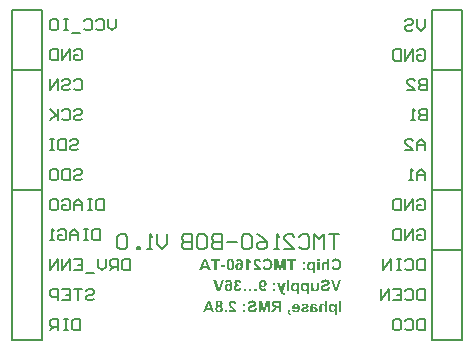
<source format=gbo>
G04*
G04 #@! TF.GenerationSoftware,Altium Limited,Altium Designer,18.0.11 (651)*
G04*
G04 Layer_Color=32896*
%FSLAX25Y25*%
%MOIN*%
G70*
G01*
G75*
%ADD13C,0.00787*%
%ADD15C,0.00700*%
%ADD38C,0.00800*%
G36*
X-71604Y-92043D02*
X-71516Y-92048D01*
X-71343Y-92076D01*
X-71199Y-92120D01*
X-71133Y-92143D01*
X-71071Y-92170D01*
X-71016Y-92193D01*
X-70972Y-92220D01*
X-70927Y-92243D01*
X-70894Y-92259D01*
X-70866Y-92281D01*
X-70850Y-92292D01*
X-70838Y-92298D01*
X-70833Y-92304D01*
X-70772Y-92359D01*
X-70716Y-92415D01*
X-70666Y-92481D01*
X-70622Y-92553D01*
X-70555Y-92698D01*
X-70500Y-92836D01*
X-70483Y-92909D01*
X-70467Y-92970D01*
X-70450Y-93025D01*
X-70444Y-93075D01*
X-70433Y-93120D01*
Y-93147D01*
X-70428Y-93169D01*
Y-93175D01*
X-71160Y-93247D01*
X-71171Y-93136D01*
X-71194Y-93042D01*
X-71216Y-92958D01*
X-71244Y-92897D01*
X-71266Y-92848D01*
X-71288Y-92814D01*
X-71305Y-92792D01*
X-71310Y-92787D01*
X-71366Y-92742D01*
X-71427Y-92709D01*
X-71488Y-92681D01*
X-71549Y-92664D01*
X-71599Y-92653D01*
X-71643Y-92648D01*
X-71682D01*
X-71765Y-92653D01*
X-71837Y-92670D01*
X-71899Y-92692D01*
X-71954Y-92714D01*
X-71993Y-92737D01*
X-72026Y-92759D01*
X-72043Y-92775D01*
X-72048Y-92781D01*
X-72093Y-92836D01*
X-72126Y-92897D01*
X-72148Y-92958D01*
X-72165Y-93020D01*
X-72176Y-93075D01*
X-72181Y-93125D01*
Y-93153D01*
Y-93158D01*
Y-93164D01*
X-72176Y-93247D01*
X-72159Y-93325D01*
X-72132Y-93402D01*
X-72104Y-93469D01*
X-72076Y-93530D01*
X-72048Y-93575D01*
X-72032Y-93602D01*
X-72026Y-93613D01*
X-72004Y-93647D01*
X-71971Y-93686D01*
X-71926Y-93735D01*
X-71882Y-93780D01*
X-71782Y-93885D01*
X-71682Y-93991D01*
X-71582Y-94091D01*
X-71538Y-94135D01*
X-71493Y-94168D01*
X-71460Y-94202D01*
X-71438Y-94224D01*
X-71421Y-94241D01*
X-71416Y-94246D01*
X-71305Y-94352D01*
X-71205Y-94451D01*
X-71110Y-94546D01*
X-71027Y-94629D01*
X-70949Y-94712D01*
X-70883Y-94790D01*
X-70822Y-94857D01*
X-70772Y-94923D01*
X-70727Y-94979D01*
X-70689Y-95029D01*
X-70655Y-95068D01*
X-70633Y-95106D01*
X-70611Y-95129D01*
X-70600Y-95151D01*
X-70589Y-95162D01*
Y-95167D01*
X-70517Y-95295D01*
X-70461Y-95428D01*
X-70417Y-95550D01*
X-70383Y-95661D01*
X-70361Y-95761D01*
X-70356Y-95800D01*
X-70350Y-95833D01*
X-70345Y-95861D01*
X-70339Y-95883D01*
Y-95894D01*
Y-95900D01*
X-72920D01*
Y-95217D01*
X-71455D01*
X-71499Y-95145D01*
X-71549Y-95084D01*
X-71571Y-95056D01*
X-71588Y-95034D01*
X-71599Y-95023D01*
X-71604Y-95018D01*
X-71627Y-94995D01*
X-71649Y-94968D01*
X-71715Y-94907D01*
X-71788Y-94834D01*
X-71860Y-94762D01*
X-71932Y-94696D01*
X-71993Y-94640D01*
X-72015Y-94618D01*
X-72032Y-94601D01*
X-72043Y-94596D01*
X-72048Y-94590D01*
X-72170Y-94474D01*
X-72270Y-94379D01*
X-72354Y-94291D01*
X-72420Y-94224D01*
X-72470Y-94168D01*
X-72503Y-94130D01*
X-72526Y-94102D01*
X-72531Y-94096D01*
X-72603Y-94002D01*
X-72664Y-93913D01*
X-72714Y-93830D01*
X-72753Y-93758D01*
X-72786Y-93697D01*
X-72809Y-93647D01*
X-72820Y-93619D01*
X-72825Y-93608D01*
X-72859Y-93519D01*
X-72881Y-93430D01*
X-72897Y-93347D01*
X-72909Y-93269D01*
X-72914Y-93208D01*
X-72920Y-93158D01*
Y-93125D01*
Y-93114D01*
X-72914Y-93031D01*
X-72903Y-92947D01*
X-72892Y-92870D01*
X-72870Y-92798D01*
X-72814Y-92670D01*
X-72759Y-92559D01*
X-72725Y-92509D01*
X-72698Y-92470D01*
X-72670Y-92431D01*
X-72642Y-92404D01*
X-72620Y-92381D01*
X-72609Y-92359D01*
X-72598Y-92354D01*
X-72592Y-92348D01*
X-72531Y-92292D01*
X-72459Y-92243D01*
X-72392Y-92204D01*
X-72315Y-92170D01*
X-72170Y-92115D01*
X-72026Y-92076D01*
X-71960Y-92065D01*
X-71899Y-92054D01*
X-71843Y-92048D01*
X-71793Y-92043D01*
X-71754Y-92037D01*
X-71699D01*
X-71604Y-92043D01*
D02*
G37*
G36*
X-40152Y-95900D02*
X-40891D01*
Y-94507D01*
X-40896Y-94385D01*
X-40902Y-94279D01*
X-40913Y-94185D01*
X-40924Y-94113D01*
X-40935Y-94052D01*
X-40946Y-94013D01*
X-40957Y-93985D01*
Y-93980D01*
X-40985Y-93919D01*
X-41018Y-93863D01*
X-41052Y-93819D01*
X-41090Y-93780D01*
X-41118Y-93752D01*
X-41146Y-93730D01*
X-41163Y-93719D01*
X-41168Y-93713D01*
X-41224Y-93680D01*
X-41279Y-93658D01*
X-41335Y-93641D01*
X-41385Y-93630D01*
X-41429Y-93625D01*
X-41462Y-93619D01*
X-41496D01*
X-41551Y-93625D01*
X-41607Y-93630D01*
X-41651Y-93641D01*
X-41690Y-93652D01*
X-41718Y-93669D01*
X-41745Y-93680D01*
X-41756Y-93686D01*
X-41762Y-93691D01*
X-41801Y-93719D01*
X-41829Y-93752D01*
X-41879Y-93813D01*
X-41890Y-93841D01*
X-41901Y-93858D01*
X-41912Y-93874D01*
Y-93880D01*
X-41917Y-93908D01*
X-41928Y-93935D01*
X-41940Y-94013D01*
X-41945Y-94107D01*
X-41951Y-94202D01*
X-41956Y-94291D01*
Y-94329D01*
Y-94363D01*
Y-94396D01*
Y-94418D01*
Y-94429D01*
Y-94435D01*
Y-95900D01*
X-42694D01*
Y-94268D01*
Y-94135D01*
X-42689Y-94024D01*
X-42683Y-93930D01*
X-42678Y-93852D01*
X-42667Y-93797D01*
X-42661Y-93752D01*
X-42656Y-93724D01*
Y-93719D01*
X-42639Y-93652D01*
X-42617Y-93591D01*
X-42595Y-93536D01*
X-42567Y-93486D01*
X-42544Y-93447D01*
X-42528Y-93419D01*
X-42517Y-93397D01*
X-42511Y-93391D01*
X-42467Y-93341D01*
X-42417Y-93291D01*
X-42367Y-93253D01*
X-42317Y-93219D01*
X-42273Y-93192D01*
X-42234Y-93169D01*
X-42211Y-93158D01*
X-42200Y-93153D01*
X-42123Y-93119D01*
X-42039Y-93097D01*
X-41967Y-93075D01*
X-41895Y-93064D01*
X-41834Y-93058D01*
X-41784Y-93053D01*
X-41740D01*
X-41651Y-93058D01*
X-41562Y-93069D01*
X-41479Y-93092D01*
X-41401Y-93119D01*
X-41257Y-93186D01*
X-41190Y-93225D01*
X-41129Y-93264D01*
X-41079Y-93308D01*
X-41029Y-93347D01*
X-40990Y-93380D01*
X-40952Y-93414D01*
X-40929Y-93441D01*
X-40907Y-93463D01*
X-40896Y-93475D01*
X-40891Y-93480D01*
Y-92059D01*
X-40152D01*
Y-95900D01*
D02*
G37*
G36*
X-67447Y-93852D02*
X-68186D01*
Y-93114D01*
X-67447D01*
Y-93852D01*
D02*
G37*
G36*
X-44337Y-93064D02*
X-44248Y-93069D01*
X-44171Y-93086D01*
X-44093Y-93097D01*
X-44026Y-93114D01*
X-43965Y-93136D01*
X-43910Y-93153D01*
X-43865Y-93169D01*
X-43821Y-93192D01*
X-43788Y-93208D01*
X-43754Y-93219D01*
X-43732Y-93236D01*
X-43716Y-93242D01*
X-43710Y-93253D01*
X-43705D01*
X-43610Y-93336D01*
X-43532Y-93430D01*
X-43466Y-93530D01*
X-43410Y-93625D01*
X-43371Y-93713D01*
X-43355Y-93752D01*
X-43344Y-93786D01*
X-43333Y-93813D01*
X-43327Y-93835D01*
X-43321Y-93846D01*
Y-93852D01*
X-43982Y-93974D01*
X-44010Y-93908D01*
X-44038Y-93852D01*
X-44065Y-93802D01*
X-44098Y-93763D01*
X-44121Y-93735D01*
X-44143Y-93719D01*
X-44154Y-93708D01*
X-44160Y-93702D01*
X-44204Y-93674D01*
X-44254Y-93652D01*
X-44309Y-93641D01*
X-44359Y-93630D01*
X-44404Y-93625D01*
X-44437Y-93619D01*
X-44470D01*
X-44570Y-93625D01*
X-44653Y-93636D01*
X-44720Y-93647D01*
X-44776Y-93663D01*
X-44815Y-93686D01*
X-44842Y-93697D01*
X-44859Y-93708D01*
X-44864Y-93713D01*
X-44903Y-93752D01*
X-44931Y-93797D01*
X-44948Y-93846D01*
X-44964Y-93897D01*
X-44970Y-93946D01*
X-44975Y-93985D01*
Y-94007D01*
Y-94019D01*
Y-94091D01*
X-44937Y-94107D01*
X-44887Y-94124D01*
X-44781Y-94157D01*
X-44659Y-94185D01*
X-44543Y-94213D01*
X-44431Y-94240D01*
X-44382Y-94252D01*
X-44337Y-94257D01*
X-44304Y-94263D01*
X-44276Y-94268D01*
X-44260Y-94274D01*
X-44254D01*
X-44121Y-94302D01*
X-43999Y-94329D01*
X-43899Y-94357D01*
X-43815Y-94385D01*
X-43749Y-94413D01*
X-43705Y-94429D01*
X-43677Y-94440D01*
X-43666Y-94446D01*
X-43593Y-94485D01*
X-43532Y-94529D01*
X-43477Y-94579D01*
X-43438Y-94624D01*
X-43399Y-94662D01*
X-43377Y-94696D01*
X-43360Y-94718D01*
X-43355Y-94729D01*
X-43316Y-94801D01*
X-43288Y-94873D01*
X-43272Y-94940D01*
X-43260Y-95006D01*
X-43249Y-95062D01*
X-43244Y-95106D01*
Y-95134D01*
Y-95145D01*
X-43249Y-95212D01*
X-43255Y-95273D01*
X-43283Y-95389D01*
X-43321Y-95489D01*
X-43366Y-95573D01*
X-43410Y-95639D01*
X-43449Y-95689D01*
X-43477Y-95722D01*
X-43488Y-95728D01*
Y-95733D01*
X-43588Y-95811D01*
X-43699Y-95867D01*
X-43810Y-95906D01*
X-43921Y-95933D01*
X-44015Y-95950D01*
X-44060Y-95955D01*
X-44093D01*
X-44126Y-95961D01*
X-44165D01*
X-44254Y-95955D01*
X-44343Y-95944D01*
X-44420Y-95933D01*
X-44487Y-95917D01*
X-44543Y-95900D01*
X-44587Y-95883D01*
X-44615Y-95878D01*
X-44626Y-95872D01*
X-44704Y-95833D01*
X-44781Y-95795D01*
X-44848Y-95745D01*
X-44909Y-95700D01*
X-44959Y-95661D01*
X-44998Y-95628D01*
X-45020Y-95606D01*
X-45031Y-95600D01*
X-45037Y-95622D01*
X-45048Y-95650D01*
X-45053Y-95673D01*
X-45059Y-95678D01*
Y-95684D01*
X-45075Y-95733D01*
X-45086Y-95778D01*
X-45098Y-95817D01*
X-45109Y-95845D01*
X-45120Y-95867D01*
X-45125Y-95889D01*
X-45131Y-95894D01*
Y-95900D01*
X-45858D01*
X-45825Y-95828D01*
X-45797Y-95761D01*
X-45775Y-95700D01*
X-45752Y-95645D01*
X-45741Y-95600D01*
X-45730Y-95561D01*
X-45725Y-95539D01*
Y-95534D01*
X-45714Y-95461D01*
X-45708Y-95373D01*
X-45697Y-95284D01*
Y-95195D01*
X-45691Y-95117D01*
Y-95051D01*
Y-95023D01*
Y-95006D01*
Y-94995D01*
Y-94990D01*
X-45702Y-94130D01*
Y-94041D01*
X-45697Y-93963D01*
X-45691Y-93891D01*
X-45686Y-93824D01*
X-45680Y-93763D01*
X-45669Y-93708D01*
X-45664Y-93658D01*
X-45652Y-93619D01*
X-45641Y-93580D01*
X-45636Y-93552D01*
X-45619Y-93502D01*
X-45608Y-93480D01*
X-45603Y-93469D01*
X-45558Y-93408D01*
X-45508Y-93347D01*
X-45453Y-93297D01*
X-45392Y-93253D01*
X-45342Y-93219D01*
X-45297Y-93197D01*
X-45270Y-93181D01*
X-45264Y-93175D01*
X-45259D01*
X-45208Y-93153D01*
X-45159Y-93136D01*
X-45042Y-93103D01*
X-44920Y-93081D01*
X-44803Y-93069D01*
X-44692Y-93058D01*
X-44648D01*
X-44609Y-93053D01*
X-44426D01*
X-44337Y-93064D01*
D02*
G37*
G36*
X-59256Y-95900D02*
X-59971D01*
Y-92881D01*
X-60726Y-95900D01*
X-61476D01*
X-62230Y-92881D01*
X-62236Y-95900D01*
X-62952D01*
Y-92059D01*
X-61786D01*
X-61104Y-94685D01*
X-60416Y-92059D01*
X-59256D01*
Y-95900D01*
D02*
G37*
G36*
X-50370Y-93058D02*
X-50276Y-93069D01*
X-50181Y-93092D01*
X-50098Y-93114D01*
X-50015Y-93142D01*
X-49943Y-93175D01*
X-49870Y-93214D01*
X-49810Y-93247D01*
X-49754Y-93286D01*
X-49704Y-93325D01*
X-49660Y-93358D01*
X-49626Y-93386D01*
X-49599Y-93408D01*
X-49576Y-93430D01*
X-49565Y-93441D01*
X-49560Y-93447D01*
X-49499Y-93525D01*
X-49443Y-93608D01*
X-49393Y-93691D01*
X-49349Y-93780D01*
X-49316Y-93874D01*
X-49288Y-93963D01*
X-49243Y-94135D01*
X-49227Y-94218D01*
X-49216Y-94291D01*
X-49210Y-94357D01*
X-49204Y-94413D01*
X-49199Y-94463D01*
Y-94501D01*
Y-94524D01*
Y-94529D01*
X-49204Y-94635D01*
X-49210Y-94740D01*
X-49227Y-94834D01*
X-49243Y-94923D01*
X-49260Y-95012D01*
X-49288Y-95090D01*
X-49310Y-95162D01*
X-49338Y-95228D01*
X-49360Y-95289D01*
X-49388Y-95339D01*
X-49410Y-95384D01*
X-49426Y-95423D01*
X-49449Y-95451D01*
X-49460Y-95473D01*
X-49465Y-95484D01*
X-49471Y-95489D01*
X-49543Y-95573D01*
X-49615Y-95645D01*
X-49698Y-95706D01*
X-49787Y-95761D01*
X-49876Y-95806D01*
X-49965Y-95845D01*
X-50054Y-95878D01*
X-50143Y-95900D01*
X-50220Y-95922D01*
X-50298Y-95933D01*
X-50370Y-95944D01*
X-50431Y-95955D01*
X-50481D01*
X-50514Y-95961D01*
X-50548D01*
X-50709Y-95950D01*
X-50858Y-95928D01*
X-50986Y-95894D01*
X-51097Y-95856D01*
X-51147Y-95833D01*
X-51186Y-95817D01*
X-51225Y-95800D01*
X-51253Y-95784D01*
X-51275Y-95767D01*
X-51297Y-95761D01*
X-51302Y-95750D01*
X-51308D01*
X-51413Y-95661D01*
X-51508Y-95567D01*
X-51586Y-95461D01*
X-51647Y-95362D01*
X-51696Y-95273D01*
X-51713Y-95234D01*
X-51730Y-95201D01*
X-51741Y-95173D01*
X-51752Y-95151D01*
X-51758Y-95140D01*
Y-95134D01*
X-51025Y-95012D01*
X-50997Y-95084D01*
X-50969Y-95151D01*
X-50942Y-95201D01*
X-50908Y-95245D01*
X-50886Y-95278D01*
X-50864Y-95301D01*
X-50847Y-95312D01*
X-50842Y-95317D01*
X-50797Y-95350D01*
X-50747Y-95373D01*
X-50697Y-95389D01*
X-50653Y-95401D01*
X-50614Y-95406D01*
X-50581Y-95412D01*
X-50553D01*
X-50464Y-95406D01*
X-50381Y-95384D01*
X-50303Y-95356D01*
X-50242Y-95323D01*
X-50192Y-95289D01*
X-50159Y-95262D01*
X-50131Y-95240D01*
X-50126Y-95234D01*
X-50070Y-95162D01*
X-50032Y-95079D01*
X-49998Y-94990D01*
X-49976Y-94912D01*
X-49965Y-94834D01*
X-49959Y-94779D01*
X-49954Y-94757D01*
Y-94740D01*
Y-94729D01*
Y-94723D01*
X-51796D01*
Y-94568D01*
X-51785Y-94429D01*
X-51769Y-94296D01*
X-51746Y-94174D01*
X-51719Y-94057D01*
X-51691Y-93958D01*
X-51658Y-93863D01*
X-51624Y-93780D01*
X-51591Y-93708D01*
X-51558Y-93641D01*
X-51530Y-93591D01*
X-51502Y-93547D01*
X-51480Y-93514D01*
X-51463Y-93486D01*
X-51452Y-93475D01*
X-51447Y-93469D01*
X-51380Y-93397D01*
X-51302Y-93330D01*
X-51225Y-93275D01*
X-51147Y-93230D01*
X-51064Y-93186D01*
X-50981Y-93153D01*
X-50903Y-93125D01*
X-50825Y-93103D01*
X-50753Y-93086D01*
X-50686Y-93075D01*
X-50625Y-93064D01*
X-50575Y-93058D01*
X-50531Y-93053D01*
X-50470D01*
X-50370Y-93058D01*
D02*
G37*
G36*
X-35368Y-95900D02*
X-36145D01*
Y-92059D01*
X-35368D01*
Y-95900D01*
D02*
G37*
G36*
X-55393D02*
X-56170D01*
Y-94296D01*
X-56419D01*
X-56497Y-94302D01*
X-56564Y-94307D01*
X-56619Y-94318D01*
X-56664Y-94324D01*
X-56691Y-94335D01*
X-56708Y-94340D01*
X-56714D01*
X-56758Y-94363D01*
X-56802Y-94385D01*
X-56841Y-94413D01*
X-56880Y-94435D01*
X-56908Y-94463D01*
X-56930Y-94485D01*
X-56941Y-94496D01*
X-56947Y-94501D01*
X-56969Y-94529D01*
X-56997Y-94557D01*
X-57058Y-94640D01*
X-57124Y-94729D01*
X-57196Y-94829D01*
X-57258Y-94918D01*
X-57285Y-94962D01*
X-57307Y-94995D01*
X-57330Y-95023D01*
X-57346Y-95045D01*
X-57352Y-95062D01*
X-57358Y-95068D01*
X-57912Y-95900D01*
X-58845D01*
X-58373Y-95151D01*
X-58323Y-95073D01*
X-58273Y-94995D01*
X-58229Y-94929D01*
X-58184Y-94868D01*
X-58146Y-94812D01*
X-58112Y-94757D01*
X-58046Y-94674D01*
X-57996Y-94607D01*
X-57962Y-94563D01*
X-57935Y-94535D01*
X-57929Y-94529D01*
X-57868Y-94463D01*
X-57796Y-94402D01*
X-57729Y-94352D01*
X-57663Y-94302D01*
X-57607Y-94263D01*
X-57563Y-94235D01*
X-57529Y-94213D01*
X-57524Y-94207D01*
X-57518D01*
X-57613Y-94191D01*
X-57696Y-94168D01*
X-57774Y-94146D01*
X-57851Y-94118D01*
X-57918Y-94091D01*
X-57979Y-94063D01*
X-58040Y-94035D01*
X-58090Y-94002D01*
X-58135Y-93974D01*
X-58173Y-93946D01*
X-58207Y-93919D01*
X-58229Y-93897D01*
X-58251Y-93880D01*
X-58268Y-93863D01*
X-58273Y-93858D01*
X-58279Y-93852D01*
X-58323Y-93797D01*
X-58362Y-93741D01*
X-58429Y-93619D01*
X-58473Y-93502D01*
X-58501Y-93386D01*
X-58523Y-93286D01*
X-58529Y-93247D01*
Y-93208D01*
X-58534Y-93181D01*
Y-93153D01*
Y-93142D01*
Y-93136D01*
X-58529Y-93014D01*
X-58506Y-92897D01*
X-58479Y-92798D01*
X-58451Y-92709D01*
X-58417Y-92637D01*
X-58390Y-92581D01*
X-58379Y-92564D01*
X-58368Y-92548D01*
X-58362Y-92542D01*
Y-92537D01*
X-58295Y-92442D01*
X-58223Y-92365D01*
X-58151Y-92304D01*
X-58079Y-92248D01*
X-58012Y-92215D01*
X-57962Y-92187D01*
X-57929Y-92170D01*
X-57924Y-92165D01*
X-57918D01*
X-57863Y-92148D01*
X-57802Y-92132D01*
X-57663Y-92104D01*
X-57513Y-92087D01*
X-57369Y-92071D01*
X-57296D01*
X-57235Y-92065D01*
X-57174D01*
X-57124Y-92059D01*
X-55393D01*
Y-95900D01*
D02*
G37*
G36*
X-67447Y-95900D02*
X-68186D01*
Y-95162D01*
X-67447D01*
Y-95900D01*
D02*
G37*
G36*
X-73575D02*
X-74313D01*
Y-95162D01*
X-73575D01*
Y-95900D01*
D02*
G37*
G36*
X-77671D02*
X-78492D01*
X-78808Y-95029D01*
X-80351D01*
X-80684Y-95900D01*
X-81522D01*
X-79979Y-92059D01*
X-79158D01*
X-77671Y-95900D01*
D02*
G37*
G36*
X-47229Y-93064D02*
X-47134Y-93075D01*
X-47046Y-93092D01*
X-46968Y-93108D01*
X-46896Y-93131D01*
X-46829Y-93153D01*
X-46768Y-93175D01*
X-46718Y-93203D01*
X-46674Y-93225D01*
X-46635Y-93247D01*
X-46607Y-93264D01*
X-46579Y-93280D01*
X-46563Y-93291D01*
X-46557Y-93297D01*
X-46552Y-93303D01*
X-46502Y-93347D01*
X-46457Y-93397D01*
X-46418Y-93447D01*
X-46391Y-93502D01*
X-46335Y-93602D01*
X-46302Y-93697D01*
X-46285Y-93780D01*
X-46280Y-93819D01*
X-46274Y-93846D01*
X-46269Y-93874D01*
Y-93891D01*
Y-93902D01*
Y-93908D01*
X-46274Y-93980D01*
X-46285Y-94046D01*
X-46296Y-94113D01*
X-46319Y-94174D01*
X-46374Y-94279D01*
X-46435Y-94368D01*
X-46491Y-94440D01*
X-46546Y-94490D01*
X-46568Y-94512D01*
X-46579Y-94524D01*
X-46591Y-94529D01*
X-46596Y-94535D01*
X-46646Y-94563D01*
X-46713Y-94596D01*
X-46790Y-94629D01*
X-46874Y-94657D01*
X-46962Y-94690D01*
X-47057Y-94718D01*
X-47251Y-94773D01*
X-47345Y-94801D01*
X-47434Y-94823D01*
X-47512Y-94845D01*
X-47584Y-94862D01*
X-47645Y-94873D01*
X-47689Y-94884D01*
X-47717Y-94895D01*
X-47728D01*
X-47795Y-94912D01*
X-47845Y-94929D01*
X-47889Y-94945D01*
X-47923Y-94956D01*
X-47945Y-94973D01*
X-47961Y-94979D01*
X-47972Y-94990D01*
X-48006Y-95034D01*
X-48022Y-95079D01*
X-48028Y-95112D01*
Y-95123D01*
Y-95129D01*
X-48022Y-95173D01*
X-48011Y-95212D01*
X-47995Y-95245D01*
X-47978Y-95273D01*
X-47961Y-95295D01*
X-47945Y-95312D01*
X-47934Y-95323D01*
X-47928Y-95328D01*
X-47867Y-95362D01*
X-47800Y-95384D01*
X-47728Y-95406D01*
X-47662Y-95417D01*
X-47601Y-95423D01*
X-47545Y-95428D01*
X-47501D01*
X-47406Y-95423D01*
X-47329Y-95412D01*
X-47256Y-95395D01*
X-47201Y-95373D01*
X-47157Y-95356D01*
X-47123Y-95339D01*
X-47101Y-95328D01*
X-47096Y-95323D01*
X-47046Y-95278D01*
X-47007Y-95223D01*
X-46973Y-95173D01*
X-46946Y-95117D01*
X-46929Y-95068D01*
X-46918Y-95029D01*
X-46907Y-95006D01*
Y-94995D01*
X-46169Y-95106D01*
X-46219Y-95245D01*
X-46280Y-95373D01*
X-46346Y-95478D01*
X-46418Y-95567D01*
X-46485Y-95639D01*
X-46546Y-95689D01*
X-46563Y-95711D01*
X-46579Y-95722D01*
X-46591Y-95728D01*
X-46596Y-95733D01*
X-46663Y-95772D01*
X-46729Y-95811D01*
X-46879Y-95867D01*
X-47029Y-95906D01*
X-47173Y-95933D01*
X-47240Y-95944D01*
X-47301Y-95950D01*
X-47356Y-95955D01*
X-47406D01*
X-47445Y-95961D01*
X-47501D01*
X-47612Y-95955D01*
X-47717Y-95950D01*
X-47817Y-95933D01*
X-47911Y-95917D01*
X-47995Y-95900D01*
X-48072Y-95872D01*
X-48145Y-95850D01*
X-48206Y-95822D01*
X-48261Y-95800D01*
X-48311Y-95772D01*
X-48350Y-95750D01*
X-48383Y-95733D01*
X-48411Y-95711D01*
X-48428Y-95700D01*
X-48439Y-95695D01*
X-48444Y-95689D01*
X-48500Y-95634D01*
X-48550Y-95578D01*
X-48594Y-95523D01*
X-48633Y-95467D01*
X-48661Y-95412D01*
X-48688Y-95356D01*
X-48727Y-95256D01*
X-48749Y-95162D01*
X-48755Y-95123D01*
X-48761Y-95095D01*
X-48766Y-95068D01*
Y-95045D01*
Y-95034D01*
Y-95029D01*
X-48755Y-94907D01*
X-48727Y-94796D01*
X-48694Y-94701D01*
X-48649Y-94624D01*
X-48605Y-94563D01*
X-48572Y-94518D01*
X-48544Y-94496D01*
X-48533Y-94485D01*
X-48483Y-94451D01*
X-48433Y-94413D01*
X-48372Y-94385D01*
X-48305Y-94352D01*
X-48172Y-94296D01*
X-48033Y-94246D01*
X-47911Y-94207D01*
X-47856Y-94196D01*
X-47806Y-94179D01*
X-47767Y-94168D01*
X-47739Y-94163D01*
X-47717Y-94157D01*
X-47712D01*
X-47606Y-94130D01*
X-47512Y-94107D01*
X-47429Y-94085D01*
X-47356Y-94063D01*
X-47290Y-94046D01*
X-47234Y-94030D01*
X-47190Y-94013D01*
X-47146Y-94002D01*
X-47112Y-93985D01*
X-47084Y-93974D01*
X-47062Y-93969D01*
X-47051Y-93958D01*
X-47029Y-93952D01*
X-47023Y-93946D01*
X-47001Y-93924D01*
X-46984Y-93902D01*
X-46962Y-93858D01*
X-46951Y-93824D01*
Y-93819D01*
Y-93813D01*
X-46957Y-93780D01*
X-46962Y-93752D01*
X-46996Y-93702D01*
X-47023Y-93674D01*
X-47029Y-93663D01*
X-47034D01*
X-47090Y-93636D01*
X-47151Y-93613D01*
X-47218Y-93602D01*
X-47290Y-93591D01*
X-47351Y-93586D01*
X-47401Y-93580D01*
X-47451D01*
X-47534Y-93586D01*
X-47606Y-93591D01*
X-47667Y-93608D01*
X-47717Y-93625D01*
X-47756Y-93641D01*
X-47784Y-93652D01*
X-47800Y-93663D01*
X-47806Y-93669D01*
X-47850Y-93702D01*
X-47884Y-93741D01*
X-47917Y-93780D01*
X-47939Y-93824D01*
X-47956Y-93858D01*
X-47967Y-93885D01*
X-47978Y-93908D01*
Y-93913D01*
X-48672Y-93786D01*
X-48627Y-93658D01*
X-48566Y-93547D01*
X-48505Y-93452D01*
X-48439Y-93380D01*
X-48383Y-93319D01*
X-48333Y-93275D01*
X-48300Y-93253D01*
X-48294Y-93242D01*
X-48289D01*
X-48233Y-93208D01*
X-48172Y-93181D01*
X-48039Y-93131D01*
X-47900Y-93097D01*
X-47761Y-93075D01*
X-47695Y-93069D01*
X-47634Y-93064D01*
X-47578Y-93058D01*
X-47534Y-93053D01*
X-47329D01*
X-47229Y-93064D01*
D02*
G37*
G36*
X-64917Y-91993D02*
X-64772Y-92010D01*
X-64645Y-92032D01*
X-64534Y-92054D01*
X-64484Y-92071D01*
X-64439Y-92082D01*
X-64406Y-92093D01*
X-64373Y-92104D01*
X-64350Y-92115D01*
X-64334Y-92120D01*
X-64323Y-92126D01*
X-64317D01*
X-64206Y-92181D01*
X-64112Y-92243D01*
X-64029Y-92309D01*
X-63962Y-92370D01*
X-63907Y-92426D01*
X-63873Y-92470D01*
X-63845Y-92503D01*
X-63840Y-92509D01*
Y-92514D01*
X-63784Y-92609D01*
X-63745Y-92709D01*
X-63718Y-92803D01*
X-63701Y-92886D01*
X-63690Y-92958D01*
X-63679Y-93014D01*
Y-93036D01*
Y-93053D01*
Y-93058D01*
Y-93064D01*
X-63684Y-93147D01*
X-63696Y-93230D01*
X-63712Y-93303D01*
X-63734Y-93375D01*
X-63790Y-93508D01*
X-63857Y-93625D01*
X-63884Y-93674D01*
X-63918Y-93713D01*
X-63945Y-93752D01*
X-63973Y-93786D01*
X-63995Y-93808D01*
X-64012Y-93824D01*
X-64023Y-93835D01*
X-64029Y-93841D01*
X-64078Y-93880D01*
X-64140Y-93919D01*
X-64201Y-93958D01*
X-64273Y-93991D01*
X-64411Y-94057D01*
X-64556Y-94113D01*
X-64628Y-94135D01*
X-64689Y-94157D01*
X-64750Y-94174D01*
X-64800Y-94191D01*
X-64839Y-94202D01*
X-64872Y-94213D01*
X-64894Y-94218D01*
X-64900D01*
X-64989Y-94241D01*
X-65066Y-94263D01*
X-65139Y-94279D01*
X-65205Y-94296D01*
X-65261Y-94313D01*
X-65311Y-94324D01*
X-65355Y-94340D01*
X-65394Y-94352D01*
X-65427Y-94357D01*
X-65455Y-94368D01*
X-65494Y-94379D01*
X-65516Y-94390D01*
X-65522D01*
X-65594Y-94418D01*
X-65649Y-94446D01*
X-65699Y-94474D01*
X-65738Y-94501D01*
X-65766Y-94524D01*
X-65782Y-94540D01*
X-65794Y-94551D01*
X-65799Y-94557D01*
X-65827Y-94596D01*
X-65849Y-94635D01*
X-65860Y-94674D01*
X-65871Y-94707D01*
X-65877Y-94740D01*
X-65882Y-94768D01*
Y-94784D01*
Y-94790D01*
X-65877Y-94868D01*
X-65855Y-94934D01*
X-65821Y-95001D01*
X-65788Y-95056D01*
X-65749Y-95101D01*
X-65721Y-95134D01*
X-65699Y-95156D01*
X-65688Y-95162D01*
X-65610Y-95212D01*
X-65522Y-95251D01*
X-65427Y-95278D01*
X-65338Y-95295D01*
X-65255Y-95306D01*
X-65188Y-95317D01*
X-65127D01*
X-65000Y-95312D01*
X-64889Y-95289D01*
X-64794Y-95262D01*
X-64711Y-95228D01*
X-64645Y-95195D01*
X-64600Y-95167D01*
X-64573Y-95145D01*
X-64561Y-95140D01*
X-64489Y-95062D01*
X-64434Y-94979D01*
X-64384Y-94884D01*
X-64350Y-94790D01*
X-64323Y-94707D01*
X-64301Y-94640D01*
X-64295Y-94618D01*
Y-94596D01*
X-64289Y-94585D01*
Y-94579D01*
X-63535Y-94651D01*
X-63551Y-94768D01*
X-63573Y-94879D01*
X-63607Y-94984D01*
X-63635Y-95079D01*
X-63673Y-95167D01*
X-63712Y-95251D01*
X-63751Y-95323D01*
X-63790Y-95389D01*
X-63829Y-95445D01*
X-63868Y-95495D01*
X-63901Y-95539D01*
X-63934Y-95578D01*
X-63956Y-95606D01*
X-63979Y-95622D01*
X-63990Y-95634D01*
X-63995Y-95639D01*
X-64073Y-95700D01*
X-64156Y-95750D01*
X-64245Y-95795D01*
X-64339Y-95833D01*
X-64428Y-95861D01*
X-64522Y-95889D01*
X-64706Y-95928D01*
X-64789Y-95944D01*
X-64867Y-95955D01*
X-64933Y-95961D01*
X-64994Y-95967D01*
X-65044Y-95972D01*
X-65116D01*
X-65294Y-95967D01*
X-65455Y-95950D01*
X-65599Y-95928D01*
X-65660Y-95917D01*
X-65721Y-95900D01*
X-65771Y-95889D01*
X-65816Y-95878D01*
X-65855Y-95867D01*
X-65888Y-95856D01*
X-65916Y-95845D01*
X-65932Y-95839D01*
X-65943Y-95833D01*
X-65949D01*
X-66071Y-95772D01*
X-66171Y-95706D01*
X-66265Y-95639D01*
X-66337Y-95567D01*
X-66393Y-95506D01*
X-66437Y-95451D01*
X-66460Y-95417D01*
X-66471Y-95412D01*
Y-95406D01*
X-66532Y-95295D01*
X-66582Y-95190D01*
X-66615Y-95084D01*
X-66637Y-94984D01*
X-66648Y-94907D01*
X-66654Y-94868D01*
X-66659Y-94840D01*
Y-94818D01*
Y-94801D01*
Y-94790D01*
Y-94784D01*
X-66654Y-94651D01*
X-66637Y-94535D01*
X-66609Y-94429D01*
X-66582Y-94340D01*
X-66554Y-94268D01*
X-66526Y-94218D01*
X-66509Y-94185D01*
X-66504Y-94174D01*
X-66443Y-94085D01*
X-66371Y-94007D01*
X-66299Y-93941D01*
X-66232Y-93885D01*
X-66171Y-93841D01*
X-66121Y-93808D01*
X-66088Y-93786D01*
X-66082Y-93780D01*
X-66076D01*
X-66021Y-93752D01*
X-65965Y-93724D01*
X-65832Y-93674D01*
X-65694Y-93630D01*
X-65560Y-93586D01*
X-65499Y-93569D01*
X-65438Y-93552D01*
X-65383Y-93536D01*
X-65338Y-93525D01*
X-65299Y-93514D01*
X-65272Y-93508D01*
X-65250Y-93502D01*
X-65244D01*
X-65144Y-93475D01*
X-65055Y-93453D01*
X-64972Y-93430D01*
X-64894Y-93408D01*
X-64833Y-93386D01*
X-64772Y-93364D01*
X-64722Y-93341D01*
X-64678Y-93325D01*
X-64639Y-93308D01*
X-64611Y-93291D01*
X-64584Y-93280D01*
X-64567Y-93269D01*
X-64539Y-93253D01*
X-64534Y-93247D01*
X-64495Y-93208D01*
X-64467Y-93169D01*
X-64450Y-93131D01*
X-64439Y-93092D01*
X-64428Y-93064D01*
X-64423Y-93036D01*
Y-93020D01*
Y-93014D01*
X-64428Y-92958D01*
X-64439Y-92914D01*
X-64461Y-92870D01*
X-64484Y-92836D01*
X-64506Y-92809D01*
X-64528Y-92792D01*
X-64539Y-92781D01*
X-64545Y-92775D01*
X-64622Y-92725D01*
X-64706Y-92692D01*
X-64794Y-92664D01*
X-64878Y-92648D01*
X-64950Y-92637D01*
X-65011Y-92631D01*
X-65066D01*
X-65183Y-92637D01*
X-65283Y-92653D01*
X-65366Y-92676D01*
X-65433Y-92698D01*
X-65488Y-92720D01*
X-65527Y-92742D01*
X-65549Y-92759D01*
X-65555Y-92764D01*
X-65610Y-92820D01*
X-65660Y-92886D01*
X-65699Y-92953D01*
X-65727Y-93025D01*
X-65749Y-93086D01*
X-65760Y-93136D01*
X-65771Y-93175D01*
Y-93181D01*
Y-93186D01*
X-66548Y-93158D01*
X-66543Y-93058D01*
X-66526Y-92970D01*
X-66504Y-92881D01*
X-66476Y-92803D01*
X-66448Y-92725D01*
X-66415Y-92653D01*
X-66382Y-92592D01*
X-66348Y-92531D01*
X-66310Y-92481D01*
X-66276Y-92437D01*
X-66243Y-92398D01*
X-66215Y-92365D01*
X-66193Y-92343D01*
X-66176Y-92326D01*
X-66165Y-92315D01*
X-66160Y-92309D01*
X-66088Y-92254D01*
X-66010Y-92204D01*
X-65927Y-92159D01*
X-65838Y-92120D01*
X-65749Y-92093D01*
X-65660Y-92065D01*
X-65483Y-92026D01*
X-65399Y-92015D01*
X-65327Y-92004D01*
X-65255Y-91998D01*
X-65194Y-91993D01*
X-65144Y-91987D01*
X-65078D01*
X-64917Y-91993D01*
D02*
G37*
G36*
X-76050Y-92043D02*
X-75955Y-92048D01*
X-75867Y-92065D01*
X-75783Y-92082D01*
X-75706Y-92104D01*
X-75634Y-92126D01*
X-75573Y-92154D01*
X-75517Y-92176D01*
X-75462Y-92204D01*
X-75417Y-92232D01*
X-75384Y-92254D01*
X-75351Y-92276D01*
X-75328Y-92292D01*
X-75312Y-92309D01*
X-75301Y-92315D01*
X-75295Y-92320D01*
X-75245Y-92376D01*
X-75195Y-92431D01*
X-75156Y-92492D01*
X-75123Y-92548D01*
X-75068Y-92670D01*
X-75034Y-92781D01*
X-75012Y-92881D01*
X-75007Y-92925D01*
X-75001Y-92958D01*
X-74995Y-92992D01*
Y-93014D01*
Y-93025D01*
Y-93031D01*
X-75001Y-93125D01*
X-75018Y-93208D01*
X-75034Y-93291D01*
X-75062Y-93358D01*
X-75084Y-93419D01*
X-75101Y-93458D01*
X-75117Y-93486D01*
X-75123Y-93497D01*
X-75178Y-93569D01*
X-75245Y-93636D01*
X-75312Y-93691D01*
X-75384Y-93741D01*
X-75445Y-93774D01*
X-75495Y-93802D01*
X-75528Y-93819D01*
X-75534Y-93824D01*
X-75539D01*
X-75423Y-93885D01*
X-75323Y-93946D01*
X-75240Y-94013D01*
X-75173Y-94080D01*
X-75117Y-94141D01*
X-75079Y-94185D01*
X-75056Y-94218D01*
X-75051Y-94224D01*
Y-94230D01*
X-75001Y-94329D01*
X-74962Y-94429D01*
X-74940Y-94529D01*
X-74918Y-94618D01*
X-74907Y-94690D01*
X-74901Y-94751D01*
Y-94773D01*
Y-94790D01*
Y-94801D01*
Y-94807D01*
X-74907Y-94912D01*
X-74918Y-95007D01*
X-74940Y-95101D01*
X-74968Y-95184D01*
X-74995Y-95267D01*
X-75029Y-95340D01*
X-75068Y-95406D01*
X-75106Y-95467D01*
X-75145Y-95517D01*
X-75184Y-95567D01*
X-75217Y-95606D01*
X-75245Y-95639D01*
X-75273Y-95667D01*
X-75295Y-95684D01*
X-75306Y-95695D01*
X-75312Y-95700D01*
X-75378Y-95750D01*
X-75450Y-95789D01*
X-75523Y-95828D01*
X-75595Y-95856D01*
X-75739Y-95906D01*
X-75878Y-95939D01*
X-75944Y-95950D01*
X-76000Y-95955D01*
X-76050Y-95961D01*
X-76094Y-95967D01*
X-76133Y-95972D01*
X-76183D01*
X-76288Y-95967D01*
X-76383Y-95955D01*
X-76477Y-95939D01*
X-76566Y-95922D01*
X-76644Y-95894D01*
X-76716Y-95867D01*
X-76788Y-95839D01*
X-76849Y-95806D01*
X-76905Y-95772D01*
X-76949Y-95745D01*
X-76993Y-95717D01*
X-77027Y-95689D01*
X-77054Y-95673D01*
X-77071Y-95656D01*
X-77082Y-95645D01*
X-77088Y-95639D01*
X-77149Y-95573D01*
X-77199Y-95506D01*
X-77249Y-95434D01*
X-77288Y-95362D01*
X-77321Y-95289D01*
X-77349Y-95217D01*
X-77387Y-95079D01*
X-77404Y-95018D01*
X-77415Y-94962D01*
X-77421Y-94907D01*
X-77426Y-94862D01*
X-77432Y-94823D01*
Y-94796D01*
Y-94779D01*
Y-94773D01*
X-77426Y-94657D01*
X-77404Y-94551D01*
X-77382Y-94451D01*
X-77349Y-94368D01*
X-77321Y-94302D01*
X-77293Y-94252D01*
X-77271Y-94218D01*
X-77265Y-94207D01*
X-77199Y-94118D01*
X-77121Y-94041D01*
X-77038Y-93974D01*
X-76960Y-93924D01*
X-76888Y-93880D01*
X-76832Y-93846D01*
X-76810Y-93835D01*
X-76794Y-93830D01*
X-76783Y-93824D01*
X-76777D01*
X-76866Y-93780D01*
X-76943Y-93730D01*
X-77010Y-93680D01*
X-77065Y-93625D01*
X-77110Y-93580D01*
X-77138Y-93541D01*
X-77160Y-93519D01*
X-77165Y-93508D01*
X-77215Y-93425D01*
X-77249Y-93341D01*
X-77276Y-93264D01*
X-77293Y-93192D01*
X-77304Y-93125D01*
X-77310Y-93075D01*
Y-93042D01*
Y-93036D01*
Y-93031D01*
X-77304Y-92953D01*
X-77299Y-92875D01*
X-77260Y-92737D01*
X-77215Y-92620D01*
X-77160Y-92514D01*
X-77099Y-92431D01*
X-77077Y-92398D01*
X-77054Y-92370D01*
X-77032Y-92348D01*
X-77016Y-92331D01*
X-77010Y-92326D01*
X-77004Y-92320D01*
X-76943Y-92270D01*
X-76882Y-92226D01*
X-76810Y-92187D01*
X-76744Y-92154D01*
X-76599Y-92104D01*
X-76461Y-92071D01*
X-76399Y-92059D01*
X-76338Y-92054D01*
X-76288Y-92048D01*
X-76239Y-92043D01*
X-76205Y-92037D01*
X-76150D01*
X-76050Y-92043D01*
D02*
G37*
G36*
X-52379Y-95900D02*
X-52740D01*
X-52734Y-95978D01*
X-52723Y-96044D01*
X-52707Y-96105D01*
X-52684Y-96155D01*
X-52668Y-96194D01*
X-52651Y-96222D01*
X-52640Y-96238D01*
X-52634Y-96244D01*
X-52596Y-96289D01*
X-52546Y-96327D01*
X-52496Y-96366D01*
X-52440Y-96394D01*
X-52396Y-96416D01*
X-52357Y-96433D01*
X-52329Y-96444D01*
X-52318Y-96450D01*
X-52462Y-96755D01*
X-52546Y-96721D01*
X-52623Y-96683D01*
X-52690Y-96644D01*
X-52745Y-96605D01*
X-52790Y-96572D01*
X-52823Y-96544D01*
X-52845Y-96527D01*
X-52851Y-96522D01*
X-52906Y-96466D01*
X-52951Y-96411D01*
X-52984Y-96355D01*
X-53017Y-96300D01*
X-53034Y-96255D01*
X-53051Y-96222D01*
X-53062Y-96194D01*
Y-96189D01*
X-53078Y-96116D01*
X-53095Y-96033D01*
X-53106Y-95950D01*
X-53112Y-95872D01*
X-53117Y-95800D01*
Y-95739D01*
Y-95717D01*
Y-95700D01*
Y-95695D01*
Y-95689D01*
Y-95162D01*
X-52379D01*
Y-95900D01*
D02*
G37*
G36*
X-38315Y-93058D02*
X-38221Y-93075D01*
X-38132Y-93097D01*
X-38060Y-93119D01*
X-37999Y-93142D01*
X-37949Y-93164D01*
X-37921Y-93181D01*
X-37910Y-93186D01*
X-37827Y-93236D01*
X-37760Y-93291D01*
X-37694Y-93347D01*
X-37644Y-93402D01*
X-37605Y-93452D01*
X-37572Y-93491D01*
X-37555Y-93514D01*
X-37549Y-93525D01*
Y-93114D01*
X-36861D01*
Y-96966D01*
X-37600D01*
Y-95556D01*
X-37677Y-95634D01*
X-37749Y-95700D01*
X-37810Y-95756D01*
X-37871Y-95795D01*
X-37921Y-95828D01*
X-37955Y-95856D01*
X-37982Y-95867D01*
X-37988Y-95872D01*
X-38060Y-95900D01*
X-38132Y-95922D01*
X-38204Y-95939D01*
X-38271Y-95950D01*
X-38326Y-95955D01*
X-38371Y-95961D01*
X-38410D01*
X-38499Y-95955D01*
X-38582Y-95944D01*
X-38665Y-95928D01*
X-38743Y-95900D01*
X-38881Y-95839D01*
X-38943Y-95806D01*
X-39004Y-95767D01*
X-39054Y-95733D01*
X-39098Y-95700D01*
X-39137Y-95667D01*
X-39170Y-95639D01*
X-39198Y-95611D01*
X-39215Y-95595D01*
X-39226Y-95584D01*
X-39231Y-95578D01*
X-39292Y-95500D01*
X-39342Y-95417D01*
X-39392Y-95334D01*
X-39431Y-95245D01*
X-39464Y-95156D01*
X-39492Y-95068D01*
X-39531Y-94890D01*
X-39548Y-94812D01*
X-39559Y-94735D01*
X-39564Y-94668D01*
X-39570Y-94612D01*
X-39575Y-94563D01*
Y-94524D01*
Y-94501D01*
Y-94496D01*
X-39570Y-94374D01*
X-39559Y-94252D01*
X-39542Y-94146D01*
X-39525Y-94041D01*
X-39498Y-93946D01*
X-39470Y-93858D01*
X-39437Y-93780D01*
X-39409Y-93708D01*
X-39375Y-93647D01*
X-39342Y-93591D01*
X-39314Y-93541D01*
X-39292Y-93508D01*
X-39270Y-93475D01*
X-39253Y-93452D01*
X-39242Y-93441D01*
X-39237Y-93436D01*
X-39170Y-93369D01*
X-39103Y-93308D01*
X-39037Y-93258D01*
X-38965Y-93214D01*
X-38898Y-93175D01*
X-38826Y-93147D01*
X-38765Y-93119D01*
X-38698Y-93103D01*
X-38643Y-93086D01*
X-38587Y-93075D01*
X-38537Y-93064D01*
X-38499Y-93058D01*
X-38460Y-93053D01*
X-38415D01*
X-38315Y-93058D01*
D02*
G37*
G36*
X-69801Y-85043D02*
X-69695Y-85054D01*
X-69595Y-85076D01*
X-69512Y-85098D01*
X-69445Y-85120D01*
X-69390Y-85143D01*
X-69357Y-85154D01*
X-69351Y-85159D01*
X-69345D01*
X-69257Y-85209D01*
X-69173Y-85265D01*
X-69107Y-85320D01*
X-69051Y-85370D01*
X-69007Y-85420D01*
X-68974Y-85459D01*
X-68951Y-85481D01*
X-68946Y-85492D01*
X-68896Y-85576D01*
X-68852Y-85664D01*
X-68818Y-85759D01*
X-68785Y-85848D01*
X-68763Y-85931D01*
X-68746Y-85992D01*
X-68740Y-86020D01*
Y-86036D01*
X-68735Y-86047D01*
Y-86053D01*
X-69412Y-86164D01*
X-69429Y-86075D01*
X-69451Y-85997D01*
X-69473Y-85931D01*
X-69501Y-85881D01*
X-69529Y-85836D01*
X-69551Y-85803D01*
X-69568Y-85786D01*
X-69573Y-85781D01*
X-69623Y-85737D01*
X-69678Y-85703D01*
X-69734Y-85681D01*
X-69784Y-85664D01*
X-69828Y-85653D01*
X-69862Y-85648D01*
X-69895D01*
X-69962Y-85653D01*
X-70028Y-85664D01*
X-70078Y-85687D01*
X-70122Y-85703D01*
X-70161Y-85725D01*
X-70183Y-85748D01*
X-70200Y-85759D01*
X-70206Y-85764D01*
X-70245Y-85809D01*
X-70272Y-85864D01*
X-70294Y-85914D01*
X-70306Y-85964D01*
X-70317Y-86009D01*
X-70322Y-86042D01*
Y-86064D01*
Y-86075D01*
X-70317Y-86158D01*
X-70300Y-86230D01*
X-70272Y-86291D01*
X-70245Y-86342D01*
X-70211Y-86386D01*
X-70189Y-86414D01*
X-70167Y-86436D01*
X-70161Y-86441D01*
X-70095Y-86486D01*
X-70023Y-86519D01*
X-69945Y-86541D01*
X-69873Y-86558D01*
X-69806Y-86563D01*
X-69751Y-86569D01*
X-69701D01*
X-69623Y-87163D01*
X-69695Y-87146D01*
X-69756Y-87130D01*
X-69817Y-87119D01*
X-69867Y-87113D01*
X-69906Y-87107D01*
X-69962D01*
X-70039Y-87113D01*
X-70106Y-87135D01*
X-70167Y-87157D01*
X-70222Y-87191D01*
X-70261Y-87218D01*
X-70294Y-87246D01*
X-70317Y-87268D01*
X-70322Y-87274D01*
X-70372Y-87340D01*
X-70411Y-87413D01*
X-70439Y-87485D01*
X-70461Y-87557D01*
X-70472Y-87624D01*
X-70478Y-87673D01*
Y-87707D01*
Y-87712D01*
Y-87718D01*
X-70472Y-87823D01*
X-70455Y-87918D01*
X-70428Y-88001D01*
X-70400Y-88068D01*
X-70367Y-88117D01*
X-70345Y-88156D01*
X-70322Y-88184D01*
X-70317Y-88190D01*
X-70256Y-88245D01*
X-70189Y-88289D01*
X-70128Y-88317D01*
X-70067Y-88340D01*
X-70012Y-88351D01*
X-69973Y-88356D01*
X-69945Y-88362D01*
X-69934D01*
X-69856Y-88356D01*
X-69789Y-88340D01*
X-69728Y-88317D01*
X-69673Y-88289D01*
X-69634Y-88267D01*
X-69601Y-88245D01*
X-69579Y-88228D01*
X-69573Y-88223D01*
X-69523Y-88162D01*
X-69479Y-88095D01*
X-69451Y-88023D01*
X-69423Y-87957D01*
X-69406Y-87896D01*
X-69395Y-87845D01*
X-69390Y-87812D01*
Y-87807D01*
Y-87801D01*
X-68679Y-87890D01*
X-68691Y-87979D01*
X-68713Y-88062D01*
X-68763Y-88217D01*
X-68824Y-88351D01*
X-68863Y-88406D01*
X-68896Y-88462D01*
X-68929Y-88512D01*
X-68963Y-88550D01*
X-68990Y-88589D01*
X-69018Y-88617D01*
X-69040Y-88639D01*
X-69057Y-88656D01*
X-69068Y-88667D01*
X-69073Y-88673D01*
X-69140Y-88722D01*
X-69212Y-88772D01*
X-69279Y-88811D01*
X-69357Y-88845D01*
X-69501Y-88900D01*
X-69634Y-88933D01*
X-69701Y-88944D01*
X-69756Y-88955D01*
X-69806Y-88961D01*
X-69850Y-88967D01*
X-69889Y-88972D01*
X-69939D01*
X-70039Y-88967D01*
X-70139Y-88955D01*
X-70228Y-88939D01*
X-70317Y-88917D01*
X-70394Y-88889D01*
X-70472Y-88861D01*
X-70544Y-88828D01*
X-70605Y-88795D01*
X-70661Y-88761D01*
X-70716Y-88728D01*
X-70755Y-88700D01*
X-70794Y-88673D01*
X-70822Y-88650D01*
X-70844Y-88634D01*
X-70855Y-88622D01*
X-70861Y-88617D01*
X-70927Y-88550D01*
X-70983Y-88478D01*
X-71033Y-88406D01*
X-71077Y-88334D01*
X-71110Y-88256D01*
X-71144Y-88184D01*
X-71188Y-88051D01*
X-71199Y-87990D01*
X-71210Y-87929D01*
X-71221Y-87879D01*
X-71227Y-87834D01*
X-71232Y-87801D01*
Y-87773D01*
Y-87757D01*
Y-87751D01*
X-71221Y-87624D01*
X-71199Y-87512D01*
X-71171Y-87407D01*
X-71133Y-87324D01*
X-71094Y-87252D01*
X-71066Y-87202D01*
X-71044Y-87168D01*
X-71033Y-87157D01*
X-70955Y-87074D01*
X-70866Y-87002D01*
X-70777Y-86946D01*
X-70694Y-86902D01*
X-70622Y-86869D01*
X-70561Y-86852D01*
X-70539Y-86841D01*
X-70522D01*
X-70511Y-86835D01*
X-70505D01*
X-70605Y-86774D01*
X-70689Y-86713D01*
X-70761Y-86647D01*
X-70827Y-86580D01*
X-70883Y-86514D01*
X-70927Y-86447D01*
X-70960Y-86380D01*
X-70994Y-86319D01*
X-71016Y-86258D01*
X-71033Y-86203D01*
X-71044Y-86153D01*
X-71049Y-86108D01*
X-71055Y-86075D01*
X-71060Y-86047D01*
Y-86031D01*
Y-86025D01*
X-71055Y-85958D01*
X-71049Y-85897D01*
X-71016Y-85775D01*
X-70977Y-85664D01*
X-70927Y-85570D01*
X-70877Y-85492D01*
X-70833Y-85437D01*
X-70816Y-85415D01*
X-70800Y-85398D01*
X-70794Y-85392D01*
X-70789Y-85387D01*
X-70727Y-85326D01*
X-70655Y-85270D01*
X-70589Y-85226D01*
X-70517Y-85187D01*
X-70439Y-85148D01*
X-70367Y-85120D01*
X-70228Y-85082D01*
X-70167Y-85065D01*
X-70106Y-85054D01*
X-70056Y-85048D01*
X-70006Y-85043D01*
X-69967Y-85037D01*
X-69917D01*
X-69801Y-85043D01*
D02*
G37*
G36*
X-72981D02*
X-72875Y-85059D01*
X-72770Y-85082D01*
X-72676Y-85109D01*
X-72587Y-85148D01*
X-72498Y-85187D01*
X-72426Y-85232D01*
X-72354Y-85270D01*
X-72293Y-85315D01*
X-72237Y-85359D01*
X-72193Y-85398D01*
X-72154Y-85437D01*
X-72120Y-85465D01*
X-72098Y-85487D01*
X-72087Y-85503D01*
X-72082Y-85509D01*
X-72015Y-85603D01*
X-71954Y-85709D01*
X-71904Y-85825D01*
X-71860Y-85942D01*
X-71821Y-86070D01*
X-71788Y-86197D01*
X-71760Y-86325D01*
X-71743Y-86447D01*
X-71726Y-86563D01*
X-71715Y-86674D01*
X-71704Y-86774D01*
X-71699Y-86863D01*
X-71693Y-86935D01*
Y-86991D01*
Y-87007D01*
Y-87024D01*
Y-87030D01*
Y-87035D01*
X-71699Y-87224D01*
X-71710Y-87396D01*
X-71726Y-87557D01*
X-71754Y-87701D01*
X-71782Y-87840D01*
X-71810Y-87962D01*
X-71843Y-88068D01*
X-71882Y-88167D01*
X-71915Y-88251D01*
X-71948Y-88323D01*
X-71976Y-88384D01*
X-72009Y-88434D01*
X-72032Y-88473D01*
X-72048Y-88500D01*
X-72059Y-88517D01*
X-72065Y-88523D01*
X-72137Y-88600D01*
X-72215Y-88673D01*
X-72293Y-88734D01*
X-72376Y-88784D01*
X-72453Y-88828D01*
X-72537Y-88861D01*
X-72614Y-88894D01*
X-72687Y-88917D01*
X-72759Y-88933D01*
X-72820Y-88950D01*
X-72881Y-88955D01*
X-72931Y-88967D01*
X-72970D01*
X-72997Y-88972D01*
X-73025D01*
X-73125Y-88967D01*
X-73219Y-88955D01*
X-73308Y-88939D01*
X-73391Y-88917D01*
X-73475Y-88889D01*
X-73547Y-88861D01*
X-73613Y-88828D01*
X-73674Y-88795D01*
X-73730Y-88761D01*
X-73774Y-88728D01*
X-73819Y-88700D01*
X-73852Y-88673D01*
X-73880Y-88650D01*
X-73896Y-88634D01*
X-73908Y-88622D01*
X-73913Y-88617D01*
X-73974Y-88550D01*
X-74030Y-88473D01*
X-74074Y-88395D01*
X-74113Y-88317D01*
X-74152Y-88240D01*
X-74180Y-88162D01*
X-74218Y-88007D01*
X-74235Y-87940D01*
X-74246Y-87873D01*
X-74252Y-87818D01*
X-74257Y-87768D01*
X-74263Y-87723D01*
Y-87696D01*
Y-87673D01*
Y-87668D01*
X-74257Y-87563D01*
X-74246Y-87468D01*
X-74230Y-87374D01*
X-74213Y-87291D01*
X-74185Y-87207D01*
X-74157Y-87135D01*
X-74130Y-87063D01*
X-74096Y-87002D01*
X-74063Y-86946D01*
X-74035Y-86897D01*
X-74007Y-86858D01*
X-73980Y-86819D01*
X-73963Y-86791D01*
X-73946Y-86774D01*
X-73935Y-86763D01*
X-73930Y-86758D01*
X-73869Y-86697D01*
X-73802Y-86641D01*
X-73735Y-86591D01*
X-73669Y-86552D01*
X-73602Y-86519D01*
X-73536Y-86491D01*
X-73414Y-86447D01*
X-73358Y-86430D01*
X-73303Y-86419D01*
X-73258Y-86414D01*
X-73219Y-86408D01*
X-73186Y-86402D01*
X-73142D01*
X-73064Y-86408D01*
X-72992Y-86419D01*
X-72925Y-86430D01*
X-72859Y-86453D01*
X-72742Y-86508D01*
X-72642Y-86563D01*
X-72565Y-86624D01*
X-72531Y-86652D01*
X-72503Y-86680D01*
X-72481Y-86702D01*
X-72465Y-86713D01*
X-72459Y-86724D01*
X-72453Y-86730D01*
X-72465Y-86613D01*
X-72476Y-86502D01*
X-72487Y-86402D01*
X-72503Y-86314D01*
X-72520Y-86236D01*
X-72537Y-86164D01*
X-72553Y-86103D01*
X-72576Y-86047D01*
X-72592Y-85997D01*
X-72603Y-85958D01*
X-72620Y-85925D01*
X-72631Y-85903D01*
X-72642Y-85881D01*
X-72653Y-85870D01*
X-72659Y-85859D01*
X-72720Y-85786D01*
X-72786Y-85737D01*
X-72853Y-85698D01*
X-72914Y-85676D01*
X-72970Y-85659D01*
X-73014Y-85653D01*
X-73042Y-85648D01*
X-73053D01*
X-73114Y-85653D01*
X-73175Y-85664D01*
X-73225Y-85681D01*
X-73264Y-85698D01*
X-73297Y-85720D01*
X-73319Y-85737D01*
X-73336Y-85748D01*
X-73342Y-85753D01*
X-73380Y-85798D01*
X-73408Y-85848D01*
X-73436Y-85903D01*
X-73453Y-85953D01*
X-73464Y-86003D01*
X-73475Y-86042D01*
X-73480Y-86064D01*
Y-86075D01*
X-74191Y-85997D01*
X-74152Y-85831D01*
X-74096Y-85692D01*
X-74035Y-85570D01*
X-73974Y-85465D01*
X-73913Y-85387D01*
X-73891Y-85359D01*
X-73863Y-85331D01*
X-73847Y-85315D01*
X-73830Y-85298D01*
X-73824Y-85287D01*
X-73819D01*
X-73763Y-85243D01*
X-73708Y-85204D01*
X-73586Y-85143D01*
X-73464Y-85098D01*
X-73353Y-85071D01*
X-73253Y-85048D01*
X-73208Y-85043D01*
X-73169D01*
X-73142Y-85037D01*
X-73097D01*
X-72981Y-85043D01*
D02*
G37*
G36*
X-57369Y-86852D02*
X-58107D01*
Y-86114D01*
X-57369D01*
Y-86852D01*
D02*
G37*
G36*
X-61426Y-85043D02*
X-61337Y-85054D01*
X-61248Y-85071D01*
X-61165Y-85093D01*
X-61087Y-85120D01*
X-61015Y-85154D01*
X-60943Y-85181D01*
X-60887Y-85215D01*
X-60832Y-85254D01*
X-60782Y-85281D01*
X-60743Y-85315D01*
X-60704Y-85342D01*
X-60676Y-85365D01*
X-60660Y-85381D01*
X-60649Y-85392D01*
X-60643Y-85398D01*
X-60582Y-85470D01*
X-60532Y-85542D01*
X-60482Y-85620D01*
X-60443Y-85698D01*
X-60410Y-85775D01*
X-60382Y-85859D01*
X-60343Y-86009D01*
X-60327Y-86075D01*
X-60316Y-86142D01*
X-60310Y-86197D01*
X-60304Y-86247D01*
X-60299Y-86291D01*
Y-86319D01*
Y-86341D01*
Y-86347D01*
X-60304Y-86447D01*
X-60316Y-86547D01*
X-60327Y-86641D01*
X-60349Y-86724D01*
X-60377Y-86808D01*
X-60404Y-86880D01*
X-60432Y-86952D01*
X-60466Y-87013D01*
X-60493Y-87068D01*
X-60521Y-87118D01*
X-60549Y-87157D01*
X-60576Y-87196D01*
X-60599Y-87218D01*
X-60610Y-87240D01*
X-60621Y-87252D01*
X-60626Y-87257D01*
X-60688Y-87318D01*
X-60754Y-87374D01*
X-60821Y-87418D01*
X-60887Y-87457D01*
X-60954Y-87490D01*
X-61015Y-87524D01*
X-61137Y-87563D01*
X-61243Y-87590D01*
X-61287Y-87596D01*
X-61326Y-87601D01*
X-61359Y-87607D01*
X-61403D01*
X-61481Y-87601D01*
X-61553Y-87590D01*
X-61620Y-87579D01*
X-61686Y-87557D01*
X-61809Y-87507D01*
X-61909Y-87446D01*
X-61986Y-87385D01*
X-62019Y-87357D01*
X-62047Y-87335D01*
X-62069Y-87313D01*
X-62086Y-87296D01*
X-62092Y-87291D01*
X-62097Y-87285D01*
X-62086Y-87401D01*
X-62075Y-87512D01*
X-62064Y-87612D01*
X-62047Y-87701D01*
X-62031Y-87779D01*
X-62014Y-87851D01*
X-61997Y-87912D01*
X-61981Y-87968D01*
X-61958Y-88018D01*
X-61947Y-88056D01*
X-61931Y-88090D01*
X-61920Y-88112D01*
X-61909Y-88134D01*
X-61897Y-88145D01*
X-61892Y-88156D01*
X-61831Y-88223D01*
X-61764Y-88273D01*
X-61703Y-88312D01*
X-61642Y-88334D01*
X-61587Y-88350D01*
X-61548Y-88356D01*
X-61520Y-88362D01*
X-61509D01*
X-61448Y-88356D01*
X-61387Y-88345D01*
X-61342Y-88328D01*
X-61298Y-88312D01*
X-61265Y-88295D01*
X-61243Y-88278D01*
X-61226Y-88267D01*
X-61220Y-88262D01*
X-61181Y-88217D01*
X-61154Y-88167D01*
X-61132Y-88112D01*
X-61115Y-88056D01*
X-61098Y-88012D01*
X-61093Y-87973D01*
X-61087Y-87945D01*
Y-87934D01*
X-60377Y-88018D01*
X-60393Y-88106D01*
X-60416Y-88184D01*
X-60438Y-88262D01*
X-60466Y-88328D01*
X-60493Y-88395D01*
X-60521Y-88456D01*
X-60554Y-88506D01*
X-60582Y-88556D01*
X-60615Y-88595D01*
X-60637Y-88634D01*
X-60665Y-88661D01*
X-60688Y-88689D01*
X-60704Y-88706D01*
X-60721Y-88722D01*
X-60726Y-88728D01*
X-60732Y-88734D01*
X-60787Y-88778D01*
X-60843Y-88811D01*
X-60965Y-88872D01*
X-61081Y-88911D01*
X-61198Y-88944D01*
X-61304Y-88961D01*
X-61348Y-88967D01*
X-61387D01*
X-61414Y-88972D01*
X-61459D01*
X-61576Y-88967D01*
X-61681Y-88950D01*
X-61781Y-88928D01*
X-61881Y-88900D01*
X-61970Y-88861D01*
X-62053Y-88822D01*
X-62130Y-88784D01*
X-62197Y-88739D01*
X-62258Y-88695D01*
X-62314Y-88656D01*
X-62358Y-88611D01*
X-62397Y-88578D01*
X-62430Y-88550D01*
X-62452Y-88528D01*
X-62463Y-88512D01*
X-62469Y-88506D01*
X-62541Y-88412D01*
X-62597Y-88306D01*
X-62652Y-88190D01*
X-62697Y-88073D01*
X-62735Y-87945D01*
X-62769Y-87818D01*
X-62791Y-87696D01*
X-62813Y-87568D01*
X-62830Y-87451D01*
X-62841Y-87346D01*
X-62852Y-87246D01*
X-62858Y-87157D01*
X-62863Y-87085D01*
Y-87030D01*
Y-87013D01*
Y-86996D01*
Y-86991D01*
Y-86985D01*
X-62858Y-86797D01*
X-62846Y-86624D01*
X-62830Y-86463D01*
X-62802Y-86314D01*
X-62774Y-86181D01*
X-62747Y-86058D01*
X-62708Y-85947D01*
X-62674Y-85848D01*
X-62641Y-85764D01*
X-62608Y-85692D01*
X-62574Y-85631D01*
X-62547Y-85581D01*
X-62519Y-85542D01*
X-62502Y-85514D01*
X-62491Y-85498D01*
X-62486Y-85492D01*
X-62414Y-85415D01*
X-62336Y-85342D01*
X-62258Y-85281D01*
X-62180Y-85231D01*
X-62097Y-85187D01*
X-62019Y-85148D01*
X-61942Y-85120D01*
X-61864Y-85093D01*
X-61797Y-85076D01*
X-61731Y-85059D01*
X-61675Y-85048D01*
X-61625Y-85043D01*
X-61581D01*
X-61553Y-85037D01*
X-61525D01*
X-61426Y-85043D01*
D02*
G37*
G36*
X-36745Y-88900D02*
X-37583D01*
X-38948Y-85059D01*
X-38121D01*
X-37183Y-87901D01*
X-36206Y-85059D01*
X-35368D01*
X-36745Y-88900D01*
D02*
G37*
G36*
X-75828Y-88900D02*
X-76666D01*
X-78031Y-85059D01*
X-77204D01*
X-76266Y-87901D01*
X-75289Y-85059D01*
X-74452D01*
X-75828Y-88900D01*
D02*
G37*
G36*
X-54954Y-88906D02*
X-54927Y-88989D01*
X-54899Y-89061D01*
X-54865Y-89127D01*
X-54838Y-89183D01*
X-54810Y-89227D01*
X-54788Y-89261D01*
X-54771Y-89283D01*
X-54766Y-89289D01*
X-54716Y-89338D01*
X-54655Y-89377D01*
X-54594Y-89405D01*
X-54532Y-89422D01*
X-54477Y-89433D01*
X-54433Y-89444D01*
X-54388D01*
X-54283Y-89438D01*
X-54227Y-89433D01*
X-54183Y-89422D01*
X-54138Y-89416D01*
X-54105Y-89411D01*
X-54083Y-89405D01*
X-54077D01*
X-54144Y-89982D01*
X-54294Y-90010D01*
X-54361Y-90021D01*
X-54427Y-90027D01*
X-54477D01*
X-54521Y-90032D01*
X-54632D01*
X-54705Y-90027D01*
X-54766Y-90016D01*
X-54821Y-90004D01*
X-54871Y-89999D01*
X-54904Y-89988D01*
X-54927Y-89982D01*
X-54932D01*
X-54993Y-89966D01*
X-55049Y-89943D01*
X-55093Y-89921D01*
X-55132Y-89904D01*
X-55165Y-89888D01*
X-55187Y-89871D01*
X-55204Y-89866D01*
X-55210Y-89860D01*
X-55293Y-89794D01*
X-55354Y-89727D01*
X-55376Y-89694D01*
X-55393Y-89671D01*
X-55404Y-89655D01*
X-55409Y-89649D01*
X-55443Y-89594D01*
X-55476Y-89538D01*
X-55509Y-89477D01*
X-55537Y-89416D01*
X-55559Y-89361D01*
X-55581Y-89316D01*
X-55593Y-89289D01*
X-55598Y-89277D01*
X-55776Y-88800D01*
X-56758Y-86114D01*
X-55998D01*
X-55343Y-88095D01*
X-54682Y-86114D01*
X-53900D01*
X-54954Y-88906D01*
D02*
G37*
G36*
X-42900Y-87879D02*
X-42905Y-88018D01*
X-42916Y-88140D01*
X-42933Y-88245D01*
X-42950Y-88334D01*
X-42966Y-88406D01*
X-42983Y-88456D01*
X-42994Y-88484D01*
X-43000Y-88495D01*
X-43044Y-88573D01*
X-43094Y-88645D01*
X-43144Y-88700D01*
X-43199Y-88750D01*
X-43244Y-88789D01*
X-43288Y-88817D01*
X-43310Y-88833D01*
X-43321Y-88839D01*
X-43405Y-88878D01*
X-43494Y-88911D01*
X-43577Y-88933D01*
X-43660Y-88944D01*
X-43727Y-88955D01*
X-43777Y-88961D01*
X-43827D01*
X-43927Y-88955D01*
X-44021Y-88944D01*
X-44110Y-88922D01*
X-44187Y-88900D01*
X-44254Y-88878D01*
X-44304Y-88856D01*
X-44337Y-88845D01*
X-44348Y-88839D01*
X-44437Y-88789D01*
X-44515Y-88728D01*
X-44587Y-88673D01*
X-44642Y-88611D01*
X-44692Y-88561D01*
X-44726Y-88523D01*
X-44748Y-88495D01*
X-44753Y-88484D01*
Y-88900D01*
X-45436D01*
Y-86114D01*
X-44698D01*
Y-87291D01*
Y-87396D01*
Y-87490D01*
X-44692Y-87579D01*
X-44687Y-87657D01*
Y-87729D01*
X-44681Y-87790D01*
X-44676Y-87840D01*
X-44670Y-87890D01*
X-44665Y-87929D01*
X-44659Y-87957D01*
X-44653Y-87984D01*
Y-88006D01*
X-44642Y-88034D01*
Y-88040D01*
X-44620Y-88095D01*
X-44587Y-88145D01*
X-44554Y-88184D01*
X-44520Y-88223D01*
X-44487Y-88256D01*
X-44459Y-88278D01*
X-44443Y-88289D01*
X-44437Y-88295D01*
X-44382Y-88328D01*
X-44320Y-88350D01*
X-44265Y-88373D01*
X-44210Y-88384D01*
X-44165Y-88389D01*
X-44132Y-88395D01*
X-44098D01*
X-44038Y-88389D01*
X-43988Y-88384D01*
X-43938Y-88373D01*
X-43899Y-88356D01*
X-43865Y-88345D01*
X-43843Y-88334D01*
X-43827Y-88328D01*
X-43821Y-88323D01*
X-43782Y-88289D01*
X-43754Y-88256D01*
X-43727Y-88223D01*
X-43710Y-88190D01*
X-43693Y-88156D01*
X-43682Y-88134D01*
X-43677Y-88117D01*
Y-88112D01*
X-43671Y-88084D01*
X-43666Y-88045D01*
X-43660Y-87995D01*
X-43655Y-87945D01*
X-43649Y-87829D01*
X-43643Y-87701D01*
X-43638Y-87585D01*
Y-87535D01*
Y-87490D01*
Y-87451D01*
Y-87424D01*
Y-87401D01*
Y-87396D01*
Y-86114D01*
X-42900D01*
Y-87879D01*
D02*
G37*
G36*
X-52751Y-88900D02*
X-53489D01*
Y-85059D01*
X-52751D01*
Y-88900D01*
D02*
G37*
G36*
X-57369D02*
X-58107D01*
Y-88162D01*
X-57369D01*
Y-88900D01*
D02*
G37*
G36*
X-63640D02*
X-64378Y-88900D01*
Y-88162D01*
X-63640Y-88162D01*
Y-88900D01*
D02*
G37*
G36*
X-65427Y-88900D02*
X-66165D01*
Y-88162D01*
X-65427D01*
Y-88900D01*
D02*
G37*
G36*
X-67214D02*
X-67952D01*
Y-88162D01*
X-67214D01*
Y-88900D01*
D02*
G37*
G36*
X-40519Y-84993D02*
X-40374Y-85009D01*
X-40247Y-85032D01*
X-40136Y-85054D01*
X-40086Y-85071D01*
X-40042Y-85082D01*
X-40008Y-85093D01*
X-39975Y-85104D01*
X-39953Y-85115D01*
X-39936Y-85120D01*
X-39925Y-85126D01*
X-39919D01*
X-39808Y-85181D01*
X-39714Y-85243D01*
X-39631Y-85309D01*
X-39564Y-85370D01*
X-39509Y-85426D01*
X-39475Y-85470D01*
X-39448Y-85503D01*
X-39442Y-85509D01*
Y-85514D01*
X-39387Y-85609D01*
X-39348Y-85709D01*
X-39320Y-85803D01*
X-39303Y-85886D01*
X-39292Y-85958D01*
X-39281Y-86014D01*
Y-86036D01*
Y-86053D01*
Y-86058D01*
Y-86064D01*
X-39287Y-86147D01*
X-39298Y-86230D01*
X-39314Y-86303D01*
X-39337Y-86375D01*
X-39392Y-86508D01*
X-39459Y-86624D01*
X-39487Y-86674D01*
X-39520Y-86713D01*
X-39548Y-86752D01*
X-39575Y-86786D01*
X-39597Y-86808D01*
X-39614Y-86824D01*
X-39625Y-86835D01*
X-39631Y-86841D01*
X-39681Y-86880D01*
X-39742Y-86919D01*
X-39803Y-86958D01*
X-39875Y-86991D01*
X-40014Y-87057D01*
X-40158Y-87113D01*
X-40230Y-87135D01*
X-40291Y-87157D01*
X-40352Y-87174D01*
X-40402Y-87191D01*
X-40441Y-87202D01*
X-40474Y-87213D01*
X-40497Y-87218D01*
X-40502D01*
X-40591Y-87240D01*
X-40669Y-87263D01*
X-40741Y-87279D01*
X-40807Y-87296D01*
X-40863Y-87313D01*
X-40913Y-87324D01*
X-40957Y-87340D01*
X-40996Y-87352D01*
X-41029Y-87357D01*
X-41057Y-87368D01*
X-41096Y-87379D01*
X-41118Y-87390D01*
X-41124D01*
X-41196Y-87418D01*
X-41251Y-87446D01*
X-41301Y-87474D01*
X-41340Y-87501D01*
X-41368Y-87524D01*
X-41385Y-87540D01*
X-41396Y-87551D01*
X-41401Y-87557D01*
X-41429Y-87596D01*
X-41451Y-87635D01*
X-41462Y-87673D01*
X-41473Y-87707D01*
X-41479Y-87740D01*
X-41484Y-87768D01*
Y-87784D01*
Y-87790D01*
X-41479Y-87868D01*
X-41457Y-87934D01*
X-41423Y-88001D01*
X-41390Y-88056D01*
X-41351Y-88101D01*
X-41324Y-88134D01*
X-41301Y-88156D01*
X-41290Y-88162D01*
X-41212Y-88212D01*
X-41124Y-88251D01*
X-41029Y-88278D01*
X-40941Y-88295D01*
X-40857Y-88306D01*
X-40791Y-88317D01*
X-40730D01*
X-40602Y-88312D01*
X-40491Y-88289D01*
X-40397Y-88262D01*
X-40313Y-88228D01*
X-40247Y-88195D01*
X-40202Y-88167D01*
X-40175Y-88145D01*
X-40164Y-88140D01*
X-40091Y-88062D01*
X-40036Y-87979D01*
X-39986Y-87884D01*
X-39953Y-87790D01*
X-39925Y-87707D01*
X-39903Y-87640D01*
X-39897Y-87618D01*
Y-87596D01*
X-39892Y-87585D01*
Y-87579D01*
X-39137Y-87651D01*
X-39154Y-87768D01*
X-39176Y-87879D01*
X-39209Y-87984D01*
X-39237Y-88079D01*
X-39276Y-88167D01*
X-39314Y-88251D01*
X-39353Y-88323D01*
X-39392Y-88389D01*
X-39431Y-88445D01*
X-39470Y-88495D01*
X-39503Y-88539D01*
X-39536Y-88578D01*
X-39559Y-88606D01*
X-39581Y-88622D01*
X-39592Y-88634D01*
X-39597Y-88639D01*
X-39675Y-88700D01*
X-39758Y-88750D01*
X-39847Y-88795D01*
X-39942Y-88833D01*
X-40030Y-88861D01*
X-40125Y-88889D01*
X-40308Y-88928D01*
X-40391Y-88944D01*
X-40469Y-88955D01*
X-40535Y-88961D01*
X-40597Y-88967D01*
X-40646Y-88972D01*
X-40719D01*
X-40896Y-88967D01*
X-41057Y-88950D01*
X-41201Y-88928D01*
X-41263Y-88917D01*
X-41324Y-88900D01*
X-41374Y-88889D01*
X-41418Y-88878D01*
X-41457Y-88867D01*
X-41490Y-88856D01*
X-41518Y-88845D01*
X-41534Y-88839D01*
X-41546Y-88833D01*
X-41551D01*
X-41673Y-88772D01*
X-41773Y-88706D01*
X-41867Y-88639D01*
X-41940Y-88567D01*
X-41995Y-88506D01*
X-42039Y-88450D01*
X-42062Y-88417D01*
X-42073Y-88412D01*
Y-88406D01*
X-42134Y-88295D01*
X-42184Y-88190D01*
X-42217Y-88084D01*
X-42239Y-87984D01*
X-42250Y-87907D01*
X-42256Y-87868D01*
X-42261Y-87840D01*
Y-87818D01*
Y-87801D01*
Y-87790D01*
Y-87784D01*
X-42256Y-87651D01*
X-42239Y-87535D01*
X-42211Y-87429D01*
X-42184Y-87340D01*
X-42156Y-87268D01*
X-42128Y-87218D01*
X-42112Y-87185D01*
X-42106Y-87174D01*
X-42045Y-87085D01*
X-41973Y-87007D01*
X-41901Y-86941D01*
X-41834Y-86885D01*
X-41773Y-86841D01*
X-41723Y-86808D01*
X-41690Y-86786D01*
X-41684Y-86780D01*
X-41679D01*
X-41623Y-86752D01*
X-41568Y-86724D01*
X-41434Y-86674D01*
X-41296Y-86630D01*
X-41163Y-86586D01*
X-41102Y-86569D01*
X-41041Y-86552D01*
X-40985Y-86536D01*
X-40941Y-86525D01*
X-40902Y-86514D01*
X-40874Y-86508D01*
X-40852Y-86502D01*
X-40846D01*
X-40746Y-86475D01*
X-40657Y-86452D01*
X-40574Y-86430D01*
X-40497Y-86408D01*
X-40435Y-86386D01*
X-40374Y-86364D01*
X-40325Y-86341D01*
X-40280Y-86325D01*
X-40241Y-86308D01*
X-40214Y-86291D01*
X-40186Y-86280D01*
X-40169Y-86269D01*
X-40141Y-86253D01*
X-40136Y-86247D01*
X-40097Y-86208D01*
X-40069Y-86169D01*
X-40053Y-86131D01*
X-40042Y-86092D01*
X-40030Y-86064D01*
X-40025Y-86036D01*
Y-86020D01*
Y-86014D01*
X-40030Y-85958D01*
X-40042Y-85914D01*
X-40064Y-85870D01*
X-40086Y-85836D01*
X-40108Y-85809D01*
X-40130Y-85792D01*
X-40141Y-85781D01*
X-40147Y-85775D01*
X-40225Y-85725D01*
X-40308Y-85692D01*
X-40397Y-85664D01*
X-40480Y-85648D01*
X-40552Y-85637D01*
X-40613Y-85631D01*
X-40669D01*
X-40785Y-85637D01*
X-40885Y-85653D01*
X-40968Y-85676D01*
X-41035Y-85698D01*
X-41090Y-85720D01*
X-41129Y-85742D01*
X-41151Y-85759D01*
X-41157Y-85764D01*
X-41212Y-85820D01*
X-41263Y-85886D01*
X-41301Y-85953D01*
X-41329Y-86025D01*
X-41351Y-86086D01*
X-41362Y-86136D01*
X-41374Y-86175D01*
Y-86181D01*
Y-86186D01*
X-42151Y-86158D01*
X-42145Y-86058D01*
X-42128Y-85970D01*
X-42106Y-85881D01*
X-42078Y-85803D01*
X-42051Y-85725D01*
X-42017Y-85653D01*
X-41984Y-85592D01*
X-41951Y-85531D01*
X-41912Y-85481D01*
X-41879Y-85437D01*
X-41845Y-85398D01*
X-41818Y-85365D01*
X-41795Y-85342D01*
X-41779Y-85326D01*
X-41767Y-85315D01*
X-41762Y-85309D01*
X-41690Y-85254D01*
X-41612Y-85204D01*
X-41529Y-85159D01*
X-41440Y-85120D01*
X-41351Y-85093D01*
X-41263Y-85065D01*
X-41085Y-85026D01*
X-41002Y-85015D01*
X-40929Y-85004D01*
X-40857Y-84998D01*
X-40796Y-84993D01*
X-40746Y-84987D01*
X-40680D01*
X-40519Y-84993D01*
D02*
G37*
G36*
X-47628Y-86058D02*
X-47534Y-86075D01*
X-47445Y-86097D01*
X-47373Y-86119D01*
X-47312Y-86142D01*
X-47262Y-86164D01*
X-47234Y-86181D01*
X-47223Y-86186D01*
X-47140Y-86236D01*
X-47073Y-86291D01*
X-47007Y-86347D01*
X-46957Y-86402D01*
X-46918Y-86452D01*
X-46885Y-86491D01*
X-46868Y-86514D01*
X-46862Y-86525D01*
Y-86114D01*
X-46174D01*
Y-89966D01*
X-46912D01*
Y-88556D01*
X-46990Y-88634D01*
X-47062Y-88700D01*
X-47123Y-88756D01*
X-47184Y-88795D01*
X-47234Y-88828D01*
X-47268Y-88856D01*
X-47295Y-88867D01*
X-47301Y-88872D01*
X-47373Y-88900D01*
X-47445Y-88922D01*
X-47517Y-88939D01*
X-47584Y-88950D01*
X-47639Y-88955D01*
X-47684Y-88961D01*
X-47723D01*
X-47811Y-88955D01*
X-47895Y-88944D01*
X-47978Y-88928D01*
X-48056Y-88900D01*
X-48194Y-88839D01*
X-48256Y-88806D01*
X-48316Y-88767D01*
X-48366Y-88734D01*
X-48411Y-88700D01*
X-48450Y-88667D01*
X-48483Y-88639D01*
X-48511Y-88611D01*
X-48527Y-88595D01*
X-48539Y-88584D01*
X-48544Y-88578D01*
X-48605Y-88500D01*
X-48655Y-88417D01*
X-48705Y-88334D01*
X-48744Y-88245D01*
X-48777Y-88156D01*
X-48805Y-88068D01*
X-48844Y-87890D01*
X-48860Y-87812D01*
X-48871Y-87735D01*
X-48877Y-87668D01*
X-48883Y-87612D01*
X-48888Y-87563D01*
Y-87524D01*
Y-87501D01*
Y-87496D01*
X-48883Y-87374D01*
X-48871Y-87252D01*
X-48855Y-87146D01*
X-48838Y-87041D01*
X-48810Y-86946D01*
X-48783Y-86858D01*
X-48749Y-86780D01*
X-48722Y-86708D01*
X-48688Y-86647D01*
X-48655Y-86591D01*
X-48627Y-86541D01*
X-48605Y-86508D01*
X-48583Y-86475D01*
X-48566Y-86452D01*
X-48555Y-86441D01*
X-48550Y-86436D01*
X-48483Y-86369D01*
X-48416Y-86308D01*
X-48350Y-86258D01*
X-48278Y-86214D01*
X-48211Y-86175D01*
X-48139Y-86147D01*
X-48078Y-86119D01*
X-48011Y-86103D01*
X-47956Y-86086D01*
X-47900Y-86075D01*
X-47850Y-86064D01*
X-47811Y-86058D01*
X-47773Y-86053D01*
X-47728D01*
X-47628Y-86058D01*
D02*
G37*
G36*
X-50908D02*
X-50814Y-86075D01*
X-50725Y-86097D01*
X-50653Y-86119D01*
X-50592Y-86142D01*
X-50542Y-86164D01*
X-50514Y-86181D01*
X-50503Y-86186D01*
X-50420Y-86236D01*
X-50353Y-86291D01*
X-50287Y-86347D01*
X-50237Y-86402D01*
X-50198Y-86452D01*
X-50165Y-86491D01*
X-50148Y-86514D01*
X-50143Y-86525D01*
Y-86114D01*
X-49454D01*
Y-89966D01*
X-50192D01*
Y-88556D01*
X-50270Y-88634D01*
X-50342Y-88700D01*
X-50403Y-88756D01*
X-50464Y-88795D01*
X-50514Y-88828D01*
X-50548Y-88856D01*
X-50575Y-88867D01*
X-50581Y-88872D01*
X-50653Y-88900D01*
X-50725Y-88922D01*
X-50797Y-88939D01*
X-50864Y-88950D01*
X-50920Y-88955D01*
X-50964Y-88961D01*
X-51003D01*
X-51091Y-88955D01*
X-51175Y-88944D01*
X-51258Y-88928D01*
X-51336Y-88900D01*
X-51474Y-88839D01*
X-51535Y-88806D01*
X-51597Y-88767D01*
X-51647Y-88734D01*
X-51691Y-88700D01*
X-51730Y-88667D01*
X-51763Y-88639D01*
X-51791Y-88611D01*
X-51807Y-88595D01*
X-51819Y-88584D01*
X-51824Y-88578D01*
X-51885Y-88500D01*
X-51935Y-88417D01*
X-51985Y-88334D01*
X-52024Y-88245D01*
X-52057Y-88156D01*
X-52085Y-88068D01*
X-52124Y-87890D01*
X-52140Y-87812D01*
X-52152Y-87735D01*
X-52157Y-87668D01*
X-52163Y-87612D01*
X-52168Y-87563D01*
Y-87524D01*
Y-87501D01*
Y-87496D01*
X-52163Y-87374D01*
X-52152Y-87252D01*
X-52135Y-87146D01*
X-52118Y-87041D01*
X-52091Y-86946D01*
X-52063Y-86858D01*
X-52030Y-86780D01*
X-52002Y-86708D01*
X-51968Y-86647D01*
X-51935Y-86591D01*
X-51907Y-86541D01*
X-51885Y-86508D01*
X-51863Y-86475D01*
X-51846Y-86452D01*
X-51835Y-86441D01*
X-51830Y-86436D01*
X-51763Y-86369D01*
X-51696Y-86308D01*
X-51630Y-86258D01*
X-51558Y-86214D01*
X-51491Y-86175D01*
X-51419Y-86147D01*
X-51358Y-86119D01*
X-51291Y-86103D01*
X-51236Y-86086D01*
X-51180Y-86075D01*
X-51130Y-86064D01*
X-51091Y-86058D01*
X-51053Y-86053D01*
X-51008D01*
X-50908Y-86058D01*
D02*
G37*
G36*
X-42650Y-78742D02*
X-43388D01*
Y-78059D01*
X-42650D01*
Y-78742D01*
D02*
G37*
G36*
X-63346Y-78043D02*
X-63257Y-78048D01*
X-63085Y-78076D01*
X-62941Y-78120D01*
X-62874Y-78143D01*
X-62813Y-78170D01*
X-62758Y-78193D01*
X-62713Y-78220D01*
X-62669Y-78243D01*
X-62635Y-78259D01*
X-62608Y-78281D01*
X-62591Y-78293D01*
X-62580Y-78298D01*
X-62574Y-78304D01*
X-62513Y-78359D01*
X-62458Y-78415D01*
X-62408Y-78481D01*
X-62364Y-78553D01*
X-62297Y-78698D01*
X-62242Y-78836D01*
X-62225Y-78909D01*
X-62208Y-78970D01*
X-62191Y-79025D01*
X-62186Y-79075D01*
X-62175Y-79119D01*
Y-79147D01*
X-62169Y-79169D01*
Y-79175D01*
X-62902Y-79247D01*
X-62913Y-79136D01*
X-62935Y-79042D01*
X-62957Y-78958D01*
X-62985Y-78898D01*
X-63007Y-78847D01*
X-63030Y-78814D01*
X-63046Y-78792D01*
X-63052Y-78786D01*
X-63107Y-78742D01*
X-63168Y-78709D01*
X-63229Y-78681D01*
X-63290Y-78664D01*
X-63340Y-78653D01*
X-63385Y-78648D01*
X-63424D01*
X-63507Y-78653D01*
X-63579Y-78670D01*
X-63640Y-78692D01*
X-63696Y-78714D01*
X-63734Y-78737D01*
X-63768Y-78759D01*
X-63784Y-78775D01*
X-63790Y-78781D01*
X-63834Y-78836D01*
X-63868Y-78898D01*
X-63890Y-78958D01*
X-63907Y-79020D01*
X-63918Y-79075D01*
X-63923Y-79125D01*
Y-79153D01*
Y-79158D01*
Y-79164D01*
X-63918Y-79247D01*
X-63901Y-79325D01*
X-63873Y-79403D01*
X-63845Y-79469D01*
X-63818Y-79530D01*
X-63790Y-79575D01*
X-63773Y-79602D01*
X-63768Y-79613D01*
X-63745Y-79647D01*
X-63712Y-79686D01*
X-63668Y-79735D01*
X-63623Y-79780D01*
X-63524Y-79885D01*
X-63424Y-79991D01*
X-63324Y-80091D01*
X-63279Y-80135D01*
X-63235Y-80168D01*
X-63202Y-80202D01*
X-63179Y-80224D01*
X-63163Y-80240D01*
X-63157Y-80246D01*
X-63046Y-80352D01*
X-62946Y-80451D01*
X-62852Y-80546D01*
X-62769Y-80629D01*
X-62691Y-80712D01*
X-62624Y-80790D01*
X-62563Y-80857D01*
X-62513Y-80923D01*
X-62469Y-80979D01*
X-62430Y-81029D01*
X-62397Y-81068D01*
X-62375Y-81106D01*
X-62353Y-81129D01*
X-62341Y-81151D01*
X-62330Y-81162D01*
Y-81167D01*
X-62258Y-81295D01*
X-62203Y-81428D01*
X-62158Y-81550D01*
X-62125Y-81661D01*
X-62103Y-81761D01*
X-62097Y-81800D01*
X-62092Y-81833D01*
X-62086Y-81861D01*
X-62081Y-81883D01*
Y-81894D01*
Y-81900D01*
X-64661Y-81900D01*
Y-81217D01*
X-63196Y-81217D01*
X-63240Y-81145D01*
X-63290Y-81084D01*
X-63313Y-81056D01*
X-63329Y-81034D01*
X-63340Y-81023D01*
X-63346Y-81018D01*
X-63368Y-80995D01*
X-63390Y-80968D01*
X-63457Y-80907D01*
X-63529Y-80834D01*
X-63601Y-80762D01*
X-63673Y-80696D01*
X-63734Y-80640D01*
X-63757Y-80618D01*
X-63773Y-80601D01*
X-63784Y-80596D01*
X-63790Y-80590D01*
X-63912Y-80474D01*
X-64012Y-80379D01*
X-64095Y-80291D01*
X-64162Y-80224D01*
X-64212Y-80168D01*
X-64245Y-80130D01*
X-64267Y-80102D01*
X-64273Y-80096D01*
X-64345Y-80002D01*
X-64406Y-79913D01*
X-64456Y-79830D01*
X-64495Y-79758D01*
X-64528Y-79697D01*
X-64550Y-79647D01*
X-64561Y-79619D01*
X-64567Y-79608D01*
X-64600Y-79519D01*
X-64622Y-79430D01*
X-64639Y-79347D01*
X-64650Y-79269D01*
X-64656Y-79208D01*
X-64661Y-79158D01*
Y-79125D01*
Y-79114D01*
X-64656Y-79031D01*
X-64645Y-78947D01*
X-64634Y-78870D01*
X-64611Y-78798D01*
X-64556Y-78670D01*
X-64500Y-78559D01*
X-64467Y-78509D01*
X-64439Y-78470D01*
X-64411Y-78431D01*
X-64384Y-78404D01*
X-64362Y-78381D01*
X-64350Y-78359D01*
X-64339Y-78354D01*
X-64334Y-78348D01*
X-64273Y-78293D01*
X-64201Y-78243D01*
X-64134Y-78204D01*
X-64056Y-78170D01*
X-63912Y-78115D01*
X-63768Y-78076D01*
X-63701Y-78065D01*
X-63640Y-78054D01*
X-63585Y-78048D01*
X-63535Y-78043D01*
X-63496Y-78037D01*
X-63440D01*
X-63346Y-78043D01*
D02*
G37*
G36*
X-39364Y-81900D02*
X-40102D01*
Y-80507D01*
X-40108Y-80385D01*
X-40114Y-80279D01*
X-40125Y-80185D01*
X-40136Y-80113D01*
X-40147Y-80052D01*
X-40158Y-80013D01*
X-40169Y-79985D01*
Y-79980D01*
X-40197Y-79919D01*
X-40230Y-79863D01*
X-40264Y-79819D01*
X-40302Y-79780D01*
X-40330Y-79752D01*
X-40358Y-79730D01*
X-40374Y-79719D01*
X-40380Y-79713D01*
X-40435Y-79680D01*
X-40491Y-79658D01*
X-40547Y-79641D01*
X-40597Y-79630D01*
X-40641Y-79624D01*
X-40674Y-79619D01*
X-40707D01*
X-40763Y-79624D01*
X-40819Y-79630D01*
X-40863Y-79641D01*
X-40902Y-79652D01*
X-40929Y-79669D01*
X-40957Y-79680D01*
X-40968Y-79686D01*
X-40974Y-79691D01*
X-41013Y-79719D01*
X-41041Y-79752D01*
X-41090Y-79813D01*
X-41102Y-79841D01*
X-41113Y-79858D01*
X-41124Y-79874D01*
Y-79880D01*
X-41129Y-79908D01*
X-41140Y-79935D01*
X-41151Y-80013D01*
X-41157Y-80107D01*
X-41163Y-80202D01*
X-41168Y-80291D01*
Y-80329D01*
Y-80363D01*
Y-80396D01*
Y-80418D01*
Y-80429D01*
Y-80435D01*
Y-81900D01*
X-41906D01*
Y-80268D01*
Y-80135D01*
X-41901Y-80024D01*
X-41895Y-79930D01*
X-41890Y-79852D01*
X-41879Y-79797D01*
X-41873Y-79752D01*
X-41867Y-79724D01*
Y-79719D01*
X-41851Y-79652D01*
X-41829Y-79591D01*
X-41806Y-79536D01*
X-41779Y-79486D01*
X-41756Y-79447D01*
X-41740Y-79419D01*
X-41729Y-79397D01*
X-41723Y-79391D01*
X-41679Y-79341D01*
X-41629Y-79291D01*
X-41579Y-79253D01*
X-41529Y-79219D01*
X-41484Y-79192D01*
X-41446Y-79169D01*
X-41423Y-79158D01*
X-41412Y-79153D01*
X-41335Y-79119D01*
X-41251Y-79097D01*
X-41179Y-79075D01*
X-41107Y-79064D01*
X-41046Y-79058D01*
X-40996Y-79053D01*
X-40952D01*
X-40863Y-79058D01*
X-40774Y-79070D01*
X-40691Y-79092D01*
X-40613Y-79119D01*
X-40469Y-79186D01*
X-40402Y-79225D01*
X-40341Y-79264D01*
X-40291Y-79308D01*
X-40241Y-79347D01*
X-40202Y-79380D01*
X-40164Y-79414D01*
X-40141Y-79441D01*
X-40119Y-79463D01*
X-40108Y-79475D01*
X-40102Y-79480D01*
Y-78059D01*
X-39364D01*
Y-81900D01*
D02*
G37*
G36*
X-66387Y-78165D02*
X-66315Y-78281D01*
X-66237Y-78392D01*
X-66160Y-78481D01*
X-66093Y-78553D01*
X-66032Y-78609D01*
X-66010Y-78631D01*
X-65993Y-78648D01*
X-65982Y-78653D01*
X-65977Y-78659D01*
X-65855Y-78748D01*
X-65738Y-78825D01*
X-65632Y-78886D01*
X-65538Y-78931D01*
X-65460Y-78964D01*
X-65405Y-78992D01*
X-65383Y-78997D01*
X-65366Y-79003D01*
X-65361Y-79009D01*
X-65355D01*
Y-79675D01*
X-65555Y-79597D01*
X-65732Y-79514D01*
X-65816Y-79469D01*
X-65893Y-79419D01*
X-65965Y-79375D01*
X-66032Y-79330D01*
X-66093Y-79286D01*
X-66149Y-79247D01*
X-66193Y-79214D01*
X-66232Y-79181D01*
X-66265Y-79153D01*
X-66287Y-79136D01*
X-66299Y-79125D01*
X-66304Y-79119D01*
Y-81900D01*
X-67042D01*
Y-78037D01*
X-66443D01*
X-66387Y-78165D01*
D02*
G37*
G36*
X-69434Y-78043D02*
X-69329Y-78059D01*
X-69223Y-78082D01*
X-69129Y-78109D01*
X-69040Y-78148D01*
X-68951Y-78187D01*
X-68879Y-78232D01*
X-68807Y-78270D01*
X-68746Y-78315D01*
X-68691Y-78359D01*
X-68646Y-78398D01*
X-68607Y-78437D01*
X-68574Y-78465D01*
X-68552Y-78487D01*
X-68541Y-78503D01*
X-68535Y-78509D01*
X-68469Y-78603D01*
X-68407Y-78709D01*
X-68358Y-78825D01*
X-68313Y-78942D01*
X-68274Y-79070D01*
X-68241Y-79197D01*
X-68213Y-79325D01*
X-68197Y-79447D01*
X-68180Y-79563D01*
X-68169Y-79675D01*
X-68158Y-79774D01*
X-68152Y-79863D01*
X-68147Y-79935D01*
Y-79991D01*
Y-80007D01*
Y-80024D01*
Y-80030D01*
Y-80035D01*
X-68152Y-80224D01*
X-68163Y-80396D01*
X-68180Y-80557D01*
X-68208Y-80701D01*
X-68235Y-80840D01*
X-68263Y-80962D01*
X-68296Y-81068D01*
X-68335Y-81167D01*
X-68369Y-81251D01*
X-68402Y-81323D01*
X-68430Y-81384D01*
X-68463Y-81434D01*
X-68485Y-81473D01*
X-68502Y-81500D01*
X-68513Y-81517D01*
X-68519Y-81523D01*
X-68591Y-81600D01*
X-68668Y-81673D01*
X-68746Y-81734D01*
X-68829Y-81783D01*
X-68907Y-81828D01*
X-68990Y-81861D01*
X-69068Y-81894D01*
X-69140Y-81917D01*
X-69212Y-81933D01*
X-69273Y-81950D01*
X-69334Y-81955D01*
X-69384Y-81967D01*
X-69423D01*
X-69451Y-81972D01*
X-69479D01*
X-69579Y-81967D01*
X-69673Y-81955D01*
X-69762Y-81939D01*
X-69845Y-81917D01*
X-69928Y-81889D01*
X-70000Y-81861D01*
X-70067Y-81828D01*
X-70128Y-81795D01*
X-70183Y-81761D01*
X-70228Y-81728D01*
X-70272Y-81700D01*
X-70306Y-81673D01*
X-70333Y-81650D01*
X-70350Y-81634D01*
X-70361Y-81622D01*
X-70367Y-81617D01*
X-70428Y-81550D01*
X-70483Y-81473D01*
X-70528Y-81395D01*
X-70566Y-81317D01*
X-70605Y-81240D01*
X-70633Y-81162D01*
X-70672Y-81006D01*
X-70689Y-80940D01*
X-70700Y-80873D01*
X-70705Y-80818D01*
X-70711Y-80768D01*
X-70716Y-80723D01*
Y-80696D01*
Y-80673D01*
Y-80668D01*
X-70711Y-80563D01*
X-70700Y-80468D01*
X-70683Y-80374D01*
X-70666Y-80291D01*
X-70639Y-80207D01*
X-70611Y-80135D01*
X-70583Y-80063D01*
X-70550Y-80002D01*
X-70517Y-79946D01*
X-70489Y-79896D01*
X-70461Y-79858D01*
X-70433Y-79819D01*
X-70417Y-79791D01*
X-70400Y-79774D01*
X-70389Y-79763D01*
X-70383Y-79758D01*
X-70322Y-79697D01*
X-70256Y-79641D01*
X-70189Y-79591D01*
X-70122Y-79552D01*
X-70056Y-79519D01*
X-69989Y-79491D01*
X-69867Y-79447D01*
X-69812Y-79430D01*
X-69756Y-79419D01*
X-69712Y-79414D01*
X-69673Y-79408D01*
X-69640Y-79403D01*
X-69595D01*
X-69517Y-79408D01*
X-69445Y-79419D01*
X-69379Y-79430D01*
X-69312Y-79453D01*
X-69196Y-79508D01*
X-69096Y-79563D01*
X-69018Y-79624D01*
X-68985Y-79652D01*
X-68957Y-79680D01*
X-68935Y-79702D01*
X-68918Y-79713D01*
X-68913Y-79724D01*
X-68907Y-79730D01*
X-68918Y-79613D01*
X-68929Y-79502D01*
X-68940Y-79403D01*
X-68957Y-79314D01*
X-68974Y-79236D01*
X-68990Y-79164D01*
X-69007Y-79103D01*
X-69029Y-79047D01*
X-69046Y-78997D01*
X-69057Y-78958D01*
X-69073Y-78925D01*
X-69085Y-78903D01*
X-69096Y-78881D01*
X-69107Y-78870D01*
X-69112Y-78859D01*
X-69173Y-78786D01*
X-69240Y-78737D01*
X-69307Y-78698D01*
X-69368Y-78676D01*
X-69423Y-78659D01*
X-69468Y-78653D01*
X-69495Y-78648D01*
X-69506D01*
X-69568Y-78653D01*
X-69629Y-78664D01*
X-69678Y-78681D01*
X-69717Y-78698D01*
X-69751Y-78720D01*
X-69773Y-78737D01*
X-69789Y-78748D01*
X-69795Y-78753D01*
X-69834Y-78798D01*
X-69862Y-78847D01*
X-69889Y-78903D01*
X-69906Y-78953D01*
X-69917Y-79003D01*
X-69928Y-79042D01*
X-69934Y-79064D01*
Y-79075D01*
X-70644Y-78997D01*
X-70605Y-78831D01*
X-70550Y-78692D01*
X-70489Y-78570D01*
X-70428Y-78465D01*
X-70367Y-78387D01*
X-70345Y-78359D01*
X-70317Y-78331D01*
X-70300Y-78315D01*
X-70283Y-78298D01*
X-70278Y-78287D01*
X-70272D01*
X-70217Y-78243D01*
X-70161Y-78204D01*
X-70039Y-78143D01*
X-69917Y-78098D01*
X-69806Y-78070D01*
X-69706Y-78048D01*
X-69662Y-78043D01*
X-69623D01*
X-69595Y-78037D01*
X-69551D01*
X-69434Y-78043D01*
D02*
G37*
G36*
X-47562Y-79852D02*
X-48300D01*
Y-79114D01*
X-47562D01*
Y-79852D01*
D02*
G37*
G36*
X-53983Y-81900D02*
X-54699D01*
Y-78881D01*
X-55454Y-81900D01*
X-56203D01*
X-56958Y-78881D01*
X-56963Y-81900D01*
X-57679D01*
Y-78059D01*
X-56514D01*
X-55831Y-80685D01*
X-55143Y-78059D01*
X-53983D01*
Y-81900D01*
D02*
G37*
G36*
X-74191Y-80873D02*
X-75639D01*
Y-80135D01*
X-74191D01*
Y-80873D01*
D02*
G37*
G36*
X-37017Y-77993D02*
X-36872Y-78009D01*
X-36745Y-78037D01*
X-36617Y-78070D01*
X-36506Y-78109D01*
X-36395Y-78154D01*
X-36301Y-78204D01*
X-36212Y-78254D01*
X-36129Y-78304D01*
X-36062Y-78354D01*
X-36001Y-78398D01*
X-35951Y-78437D01*
X-35912Y-78470D01*
X-35884Y-78498D01*
X-35868Y-78514D01*
X-35862Y-78520D01*
X-35774Y-78626D01*
X-35701Y-78737D01*
X-35635Y-78853D01*
X-35579Y-78975D01*
X-35529Y-79103D01*
X-35491Y-79225D01*
X-35457Y-79347D01*
X-35429Y-79463D01*
X-35407Y-79580D01*
X-35396Y-79680D01*
X-35385Y-79774D01*
X-35374Y-79852D01*
Y-79919D01*
X-35368Y-79969D01*
Y-80002D01*
Y-80007D01*
Y-80013D01*
X-35374Y-80180D01*
X-35391Y-80335D01*
X-35413Y-80485D01*
X-35446Y-80618D01*
X-35479Y-80746D01*
X-35524Y-80868D01*
X-35568Y-80973D01*
X-35613Y-81068D01*
X-35657Y-81156D01*
X-35701Y-81234D01*
X-35746Y-81295D01*
X-35779Y-81350D01*
X-35812Y-81389D01*
X-35835Y-81423D01*
X-35851Y-81439D01*
X-35857Y-81445D01*
X-35951Y-81539D01*
X-36051Y-81617D01*
X-36156Y-81689D01*
X-36262Y-81745D01*
X-36367Y-81795D01*
X-36473Y-81839D01*
X-36573Y-81872D01*
X-36667Y-81900D01*
X-36761Y-81922D01*
X-36845Y-81939D01*
X-36922Y-81950D01*
X-36983Y-81955D01*
X-37039Y-81961D01*
X-37078Y-81967D01*
X-37111D01*
X-37228Y-81961D01*
X-37333Y-81955D01*
X-37438Y-81939D01*
X-37533Y-81917D01*
X-37622Y-81894D01*
X-37705Y-81872D01*
X-37783Y-81845D01*
X-37855Y-81811D01*
X-37916Y-81783D01*
X-37971Y-81756D01*
X-38021Y-81734D01*
X-38060Y-81711D01*
X-38093Y-81689D01*
X-38116Y-81673D01*
X-38127Y-81667D01*
X-38132Y-81661D01*
X-38204Y-81600D01*
X-38271Y-81534D01*
X-38393Y-81384D01*
X-38493Y-81228D01*
X-38571Y-81079D01*
X-38604Y-81006D01*
X-38632Y-80940D01*
X-38654Y-80879D01*
X-38676Y-80829D01*
X-38693Y-80784D01*
X-38704Y-80751D01*
X-38710Y-80729D01*
Y-80723D01*
X-37955Y-80490D01*
X-37910Y-80640D01*
X-37860Y-80768D01*
X-37810Y-80873D01*
X-37755Y-80962D01*
X-37710Y-81029D01*
X-37672Y-81073D01*
X-37644Y-81101D01*
X-37633Y-81112D01*
X-37544Y-81178D01*
X-37455Y-81223D01*
X-37366Y-81256D01*
X-37289Y-81284D01*
X-37216Y-81295D01*
X-37156Y-81301D01*
X-37133Y-81306D01*
X-37106D01*
X-37028Y-81301D01*
X-36956Y-81295D01*
X-36823Y-81256D01*
X-36706Y-81212D01*
X-36612Y-81151D01*
X-36534Y-81095D01*
X-36478Y-81051D01*
X-36456Y-81029D01*
X-36439Y-81012D01*
X-36434Y-81006D01*
X-36428Y-81001D01*
X-36384Y-80940D01*
X-36345Y-80868D01*
X-36306Y-80790D01*
X-36279Y-80707D01*
X-36234Y-80535D01*
X-36201Y-80363D01*
X-36190Y-80279D01*
X-36184Y-80207D01*
X-36173Y-80135D01*
Y-80074D01*
X-36168Y-80030D01*
Y-79991D01*
Y-79963D01*
Y-79957D01*
X-36173Y-79830D01*
X-36179Y-79713D01*
X-36190Y-79608D01*
X-36206Y-79508D01*
X-36229Y-79419D01*
X-36251Y-79336D01*
X-36273Y-79264D01*
X-36301Y-79197D01*
X-36323Y-79142D01*
X-36345Y-79092D01*
X-36367Y-79053D01*
X-36390Y-79020D01*
X-36406Y-78992D01*
X-36417Y-78975D01*
X-36428Y-78964D01*
Y-78958D01*
X-36478Y-78903D01*
X-36534Y-78853D01*
X-36589Y-78814D01*
X-36650Y-78781D01*
X-36767Y-78725D01*
X-36878Y-78686D01*
X-36972Y-78664D01*
X-37017Y-78659D01*
X-37050Y-78653D01*
X-37083Y-78648D01*
X-37122D01*
X-37233Y-78653D01*
X-37333Y-78676D01*
X-37422Y-78703D01*
X-37500Y-78737D01*
X-37561Y-78770D01*
X-37605Y-78798D01*
X-37633Y-78820D01*
X-37644Y-78825D01*
X-37716Y-78892D01*
X-37783Y-78970D01*
X-37833Y-79047D01*
X-37871Y-79125D01*
X-37899Y-79192D01*
X-37916Y-79242D01*
X-37927Y-79264D01*
Y-79280D01*
X-37933Y-79286D01*
Y-79291D01*
X-38698Y-79108D01*
X-38643Y-78947D01*
X-38582Y-78809D01*
X-38515Y-78686D01*
X-38454Y-78587D01*
X-38393Y-78509D01*
X-38371Y-78476D01*
X-38349Y-78448D01*
X-38332Y-78431D01*
X-38315Y-78415D01*
X-38310Y-78404D01*
X-38304D01*
X-38221Y-78331D01*
X-38127Y-78265D01*
X-38038Y-78209D01*
X-37944Y-78165D01*
X-37844Y-78120D01*
X-37749Y-78087D01*
X-37655Y-78059D01*
X-37566Y-78037D01*
X-37483Y-78021D01*
X-37405Y-78009D01*
X-37339Y-77998D01*
X-37278Y-77993D01*
X-37228Y-77987D01*
X-37161D01*
X-37017Y-77993D01*
D02*
G37*
G36*
X-59977D02*
X-59833Y-78009D01*
X-59705Y-78037D01*
X-59578Y-78070D01*
X-59466Y-78109D01*
X-59355Y-78154D01*
X-59261Y-78204D01*
X-59172Y-78254D01*
X-59089Y-78304D01*
X-59022Y-78354D01*
X-58961Y-78398D01*
X-58912Y-78437D01*
X-58873Y-78470D01*
X-58845Y-78498D01*
X-58828Y-78514D01*
X-58823Y-78520D01*
X-58734Y-78626D01*
X-58662Y-78737D01*
X-58595Y-78853D01*
X-58540Y-78975D01*
X-58490Y-79103D01*
X-58451Y-79225D01*
X-58417Y-79347D01*
X-58390Y-79463D01*
X-58368Y-79580D01*
X-58356Y-79680D01*
X-58345Y-79774D01*
X-58334Y-79852D01*
Y-79919D01*
X-58329Y-79969D01*
Y-80002D01*
Y-80007D01*
Y-80013D01*
X-58334Y-80180D01*
X-58351Y-80335D01*
X-58373Y-80485D01*
X-58406Y-80618D01*
X-58440Y-80746D01*
X-58484Y-80868D01*
X-58529Y-80973D01*
X-58573Y-81068D01*
X-58617Y-81156D01*
X-58662Y-81234D01*
X-58706Y-81295D01*
X-58739Y-81350D01*
X-58773Y-81389D01*
X-58795Y-81423D01*
X-58812Y-81439D01*
X-58817Y-81445D01*
X-58912Y-81539D01*
X-59011Y-81617D01*
X-59117Y-81689D01*
X-59222Y-81745D01*
X-59328Y-81795D01*
X-59433Y-81839D01*
X-59533Y-81872D01*
X-59627Y-81900D01*
X-59722Y-81922D01*
X-59805Y-81939D01*
X-59883Y-81950D01*
X-59944Y-81955D01*
X-59999Y-81961D01*
X-60038Y-81967D01*
X-60071D01*
X-60188Y-81961D01*
X-60293Y-81955D01*
X-60399Y-81939D01*
X-60493Y-81917D01*
X-60582Y-81894D01*
X-60665Y-81872D01*
X-60743Y-81845D01*
X-60815Y-81811D01*
X-60876Y-81783D01*
X-60932Y-81756D01*
X-60982Y-81734D01*
X-61020Y-81711D01*
X-61054Y-81689D01*
X-61076Y-81673D01*
X-61087Y-81667D01*
X-61093Y-81661D01*
X-61165Y-81600D01*
X-61231Y-81534D01*
X-61353Y-81384D01*
X-61453Y-81228D01*
X-61531Y-81079D01*
X-61564Y-81006D01*
X-61592Y-80940D01*
X-61614Y-80879D01*
X-61637Y-80829D01*
X-61653Y-80784D01*
X-61664Y-80751D01*
X-61670Y-80729D01*
Y-80723D01*
X-60915Y-80490D01*
X-60871Y-80640D01*
X-60821Y-80768D01*
X-60771Y-80873D01*
X-60715Y-80962D01*
X-60671Y-81029D01*
X-60632Y-81073D01*
X-60604Y-81101D01*
X-60593Y-81112D01*
X-60504Y-81178D01*
X-60416Y-81223D01*
X-60327Y-81256D01*
X-60249Y-81284D01*
X-60177Y-81295D01*
X-60116Y-81301D01*
X-60094Y-81306D01*
X-60066D01*
X-59988Y-81301D01*
X-59916Y-81295D01*
X-59783Y-81256D01*
X-59666Y-81212D01*
X-59572Y-81151D01*
X-59494Y-81095D01*
X-59439Y-81051D01*
X-59417Y-81029D01*
X-59400Y-81012D01*
X-59394Y-81006D01*
X-59389Y-81001D01*
X-59344Y-80940D01*
X-59306Y-80868D01*
X-59267Y-80790D01*
X-59239Y-80707D01*
X-59194Y-80535D01*
X-59161Y-80363D01*
X-59150Y-80279D01*
X-59145Y-80207D01*
X-59133Y-80135D01*
Y-80074D01*
X-59128Y-80030D01*
Y-79991D01*
Y-79963D01*
Y-79957D01*
X-59133Y-79830D01*
X-59139Y-79713D01*
X-59150Y-79608D01*
X-59167Y-79508D01*
X-59189Y-79419D01*
X-59211Y-79336D01*
X-59233Y-79264D01*
X-59261Y-79197D01*
X-59283Y-79142D01*
X-59306Y-79092D01*
X-59328Y-79053D01*
X-59350Y-79020D01*
X-59367Y-78992D01*
X-59378Y-78975D01*
X-59389Y-78964D01*
Y-78958D01*
X-59439Y-78903D01*
X-59494Y-78853D01*
X-59550Y-78814D01*
X-59611Y-78781D01*
X-59727Y-78725D01*
X-59838Y-78686D01*
X-59933Y-78664D01*
X-59977Y-78659D01*
X-60010Y-78653D01*
X-60044Y-78648D01*
X-60083D01*
X-60194Y-78653D01*
X-60293Y-78676D01*
X-60382Y-78703D01*
X-60460Y-78737D01*
X-60521Y-78770D01*
X-60565Y-78798D01*
X-60593Y-78820D01*
X-60604Y-78825D01*
X-60676Y-78892D01*
X-60743Y-78970D01*
X-60793Y-79047D01*
X-60832Y-79125D01*
X-60860Y-79192D01*
X-60876Y-79242D01*
X-60887Y-79264D01*
Y-79280D01*
X-60893Y-79286D01*
Y-79291D01*
X-61659Y-79108D01*
X-61603Y-78947D01*
X-61542Y-78809D01*
X-61476Y-78686D01*
X-61414Y-78587D01*
X-61353Y-78509D01*
X-61331Y-78476D01*
X-61309Y-78448D01*
X-61292Y-78431D01*
X-61276Y-78415D01*
X-61270Y-78404D01*
X-61265D01*
X-61181Y-78331D01*
X-61087Y-78265D01*
X-60998Y-78209D01*
X-60904Y-78165D01*
X-60804Y-78120D01*
X-60710Y-78087D01*
X-60615Y-78059D01*
X-60527Y-78037D01*
X-60443Y-78021D01*
X-60366Y-78009D01*
X-60299Y-77998D01*
X-60238Y-77993D01*
X-60188Y-77987D01*
X-60121D01*
X-59977Y-77993D01*
D02*
G37*
G36*
X-42650Y-81900D02*
X-43388D01*
Y-79114D01*
X-42650D01*
Y-81900D01*
D02*
G37*
G36*
X-47562D02*
X-48300D01*
Y-81162D01*
X-47562D01*
Y-81900D01*
D02*
G37*
G36*
X-50442Y-78709D02*
X-51580D01*
Y-81900D01*
X-52357D01*
Y-78709D01*
X-53489D01*
Y-78059D01*
X-50442D01*
Y-78709D01*
D02*
G37*
G36*
X-75800Y-78709D02*
X-76938D01*
Y-81900D01*
X-77715D01*
Y-78709D01*
X-78847D01*
Y-78059D01*
X-75800D01*
Y-78709D01*
D02*
G37*
G36*
X-78958Y-81900D02*
X-79779D01*
X-80096Y-81029D01*
X-81639D01*
X-81972Y-81900D01*
X-82810D01*
X-81267Y-78059D01*
X-80445D01*
X-78958Y-81900D01*
D02*
G37*
G36*
X-72276Y-78043D02*
X-72181Y-78054D01*
X-72087Y-78076D01*
X-72004Y-78098D01*
X-71926Y-78132D01*
X-71854Y-78165D01*
X-71793Y-78198D01*
X-71732Y-78237D01*
X-71682Y-78276D01*
X-71632Y-78309D01*
X-71593Y-78342D01*
X-71566Y-78376D01*
X-71538Y-78398D01*
X-71521Y-78420D01*
X-71510Y-78431D01*
X-71504Y-78437D01*
X-71438Y-78531D01*
X-71382Y-78642D01*
X-71332Y-78759D01*
X-71288Y-78881D01*
X-71255Y-79009D01*
X-71221Y-79142D01*
X-71199Y-79269D01*
X-71177Y-79397D01*
X-71166Y-79519D01*
X-71155Y-79630D01*
X-71144Y-79735D01*
X-71138Y-79824D01*
X-71133Y-79896D01*
Y-79952D01*
Y-79974D01*
Y-79991D01*
Y-79996D01*
Y-80002D01*
X-71138Y-80202D01*
X-71149Y-80385D01*
X-71166Y-80557D01*
X-71188Y-80712D01*
X-71210Y-80851D01*
X-71238Y-80979D01*
X-71271Y-81090D01*
X-71305Y-81190D01*
X-71332Y-81273D01*
X-71366Y-81351D01*
X-71393Y-81412D01*
X-71421Y-81462D01*
X-71438Y-81495D01*
X-71455Y-81523D01*
X-71466Y-81539D01*
X-71471Y-81545D01*
X-71538Y-81622D01*
X-71610Y-81684D01*
X-71682Y-81745D01*
X-71760Y-81789D01*
X-71832Y-81833D01*
X-71910Y-81867D01*
X-71982Y-81894D01*
X-72054Y-81917D01*
X-72120Y-81939D01*
X-72181Y-81950D01*
X-72237Y-81961D01*
X-72281Y-81967D01*
X-72320D01*
X-72354Y-81972D01*
X-72376D01*
X-72476Y-81967D01*
X-72570Y-81955D01*
X-72664Y-81933D01*
X-72748Y-81911D01*
X-72825Y-81883D01*
X-72897Y-81850D01*
X-72958Y-81811D01*
X-73020Y-81772D01*
X-73070Y-81739D01*
X-73119Y-81700D01*
X-73158Y-81667D01*
X-73192Y-81639D01*
X-73214Y-81617D01*
X-73230Y-81595D01*
X-73242Y-81584D01*
X-73247Y-81578D01*
X-73314Y-81484D01*
X-73369Y-81373D01*
X-73425Y-81256D01*
X-73464Y-81129D01*
X-73502Y-81001D01*
X-73530Y-80873D01*
X-73558Y-80740D01*
X-73580Y-80612D01*
X-73591Y-80490D01*
X-73602Y-80379D01*
X-73613Y-80274D01*
X-73619Y-80185D01*
X-73624Y-80113D01*
Y-80057D01*
Y-80035D01*
Y-80019D01*
Y-80013D01*
Y-80007D01*
X-73619Y-79808D01*
X-73608Y-79624D01*
X-73591Y-79458D01*
X-73563Y-79303D01*
X-73536Y-79158D01*
X-73508Y-79031D01*
X-73469Y-78914D01*
X-73436Y-78814D01*
X-73403Y-78720D01*
X-73369Y-78648D01*
X-73336Y-78581D01*
X-73308Y-78526D01*
X-73280Y-78487D01*
X-73264Y-78459D01*
X-73253Y-78442D01*
X-73247Y-78437D01*
X-73186Y-78365D01*
X-73119Y-78304D01*
X-73047Y-78254D01*
X-72975Y-78204D01*
X-72903Y-78165D01*
X-72831Y-78137D01*
X-72764Y-78109D01*
X-72692Y-78087D01*
X-72625Y-78070D01*
X-72570Y-78059D01*
X-72514Y-78048D01*
X-72470Y-78043D01*
X-72431Y-78037D01*
X-72376D01*
X-72276Y-78043D01*
D02*
G37*
G36*
X-45580Y-79058D02*
X-45486Y-79075D01*
X-45397Y-79097D01*
X-45325Y-79119D01*
X-45264Y-79142D01*
X-45214Y-79164D01*
X-45186Y-79181D01*
X-45175Y-79186D01*
X-45092Y-79236D01*
X-45025Y-79291D01*
X-44959Y-79347D01*
X-44909Y-79403D01*
X-44870Y-79452D01*
X-44837Y-79491D01*
X-44820Y-79514D01*
X-44815Y-79525D01*
Y-79114D01*
X-44126D01*
Y-82966D01*
X-44864D01*
Y-81556D01*
X-44942Y-81634D01*
X-45014Y-81700D01*
X-45075Y-81756D01*
X-45136Y-81795D01*
X-45186Y-81828D01*
X-45220Y-81856D01*
X-45247Y-81867D01*
X-45253Y-81872D01*
X-45325Y-81900D01*
X-45397Y-81922D01*
X-45469Y-81939D01*
X-45536Y-81950D01*
X-45592Y-81955D01*
X-45636Y-81961D01*
X-45675D01*
X-45763Y-81955D01*
X-45847Y-81944D01*
X-45930Y-81928D01*
X-46008Y-81900D01*
X-46147Y-81839D01*
X-46207Y-81806D01*
X-46269Y-81767D01*
X-46319Y-81734D01*
X-46363Y-81700D01*
X-46402Y-81667D01*
X-46435Y-81639D01*
X-46463Y-81611D01*
X-46479Y-81595D01*
X-46491Y-81584D01*
X-46496Y-81578D01*
X-46557Y-81500D01*
X-46607Y-81417D01*
X-46657Y-81334D01*
X-46696Y-81245D01*
X-46729Y-81156D01*
X-46757Y-81068D01*
X-46796Y-80890D01*
X-46812Y-80812D01*
X-46824Y-80734D01*
X-46829Y-80668D01*
X-46835Y-80612D01*
X-46840Y-80563D01*
Y-80524D01*
Y-80501D01*
Y-80496D01*
X-46835Y-80374D01*
X-46824Y-80252D01*
X-46807Y-80146D01*
X-46790Y-80041D01*
X-46762Y-79946D01*
X-46735Y-79858D01*
X-46701Y-79780D01*
X-46674Y-79708D01*
X-46640Y-79647D01*
X-46607Y-79591D01*
X-46579Y-79541D01*
X-46557Y-79508D01*
X-46535Y-79475D01*
X-46518Y-79452D01*
X-46507Y-79441D01*
X-46502Y-79436D01*
X-46435Y-79369D01*
X-46369Y-79308D01*
X-46302Y-79258D01*
X-46230Y-79214D01*
X-46163Y-79175D01*
X-46091Y-79147D01*
X-46030Y-79119D01*
X-45963Y-79103D01*
X-45908Y-79086D01*
X-45852Y-79075D01*
X-45802Y-79064D01*
X-45763Y-79058D01*
X-45725Y-79053D01*
X-45680D01*
X-45580Y-79058D01*
D02*
G37*
%LPC*%
G36*
X-44970Y-94568D02*
X-44975D01*
Y-94718D01*
Y-94807D01*
X-44970Y-94884D01*
X-44964Y-94945D01*
X-44959Y-94995D01*
X-44953Y-95029D01*
X-44948Y-95056D01*
X-44942Y-95068D01*
Y-95073D01*
X-44925Y-95123D01*
X-44898Y-95173D01*
X-44870Y-95212D01*
X-44842Y-95251D01*
X-44815Y-95278D01*
X-44792Y-95301D01*
X-44776Y-95312D01*
X-44770Y-95317D01*
X-44704Y-95362D01*
X-44631Y-95389D01*
X-44570Y-95412D01*
X-44509Y-95428D01*
X-44459Y-95439D01*
X-44420Y-95445D01*
X-44387D01*
X-44326Y-95439D01*
X-44265Y-95428D01*
X-44215Y-95412D01*
X-44176Y-95389D01*
X-44137Y-95367D01*
X-44115Y-95350D01*
X-44098Y-95339D01*
X-44093Y-95334D01*
X-44054Y-95289D01*
X-44026Y-95245D01*
X-44010Y-95201D01*
X-43999Y-95156D01*
X-43988Y-95123D01*
X-43982Y-95095D01*
Y-95073D01*
Y-95068D01*
X-43988Y-95012D01*
X-44004Y-94962D01*
X-44026Y-94918D01*
X-44054Y-94879D01*
X-44076Y-94851D01*
X-44098Y-94829D01*
X-44115Y-94818D01*
X-44121Y-94812D01*
X-44165Y-94790D01*
X-44221Y-94762D01*
X-44287Y-94740D01*
X-44354Y-94723D01*
X-44420Y-94707D01*
X-44470Y-94696D01*
X-44493Y-94690D01*
X-44509Y-94685D01*
X-44520D01*
X-44631Y-94662D01*
X-44720Y-94640D01*
X-44803Y-94618D01*
X-44864Y-94601D01*
X-44914Y-94585D01*
X-44948Y-94579D01*
X-44970Y-94568D01*
D02*
G37*
G36*
X-50476Y-93619D02*
X-50514D01*
X-50598Y-93625D01*
X-50670Y-93647D01*
X-50736Y-93674D01*
X-50792Y-93702D01*
X-50836Y-93735D01*
X-50870Y-93763D01*
X-50892Y-93786D01*
X-50897Y-93791D01*
X-50947Y-93858D01*
X-50992Y-93935D01*
X-51019Y-94019D01*
X-51042Y-94096D01*
X-51053Y-94163D01*
X-51058Y-94224D01*
X-51064Y-94246D01*
Y-94257D01*
Y-94268D01*
Y-94274D01*
X-49965D01*
X-49970Y-94168D01*
X-49987Y-94074D01*
X-50009Y-93991D01*
X-50043Y-93924D01*
X-50070Y-93869D01*
X-50098Y-93830D01*
X-50115Y-93802D01*
X-50120Y-93797D01*
X-50181Y-93735D01*
X-50248Y-93691D01*
X-50314Y-93663D01*
X-50376Y-93641D01*
X-50431Y-93630D01*
X-50476Y-93619D01*
D02*
G37*
G36*
X-56170Y-92709D02*
X-57058D01*
X-57108Y-92714D01*
X-57230D01*
X-57280Y-92720D01*
X-57313D01*
X-57330Y-92725D01*
X-57335D01*
X-57402Y-92742D01*
X-57463Y-92764D01*
X-57513Y-92787D01*
X-57552Y-92814D01*
X-57585Y-92842D01*
X-57613Y-92859D01*
X-57624Y-92875D01*
X-57629Y-92881D01*
X-57663Y-92925D01*
X-57691Y-92981D01*
X-57707Y-93031D01*
X-57724Y-93081D01*
X-57729Y-93125D01*
X-57735Y-93158D01*
Y-93181D01*
Y-93192D01*
X-57729Y-93253D01*
X-57724Y-93308D01*
X-57707Y-93358D01*
X-57696Y-93402D01*
X-57679Y-93436D01*
X-57663Y-93458D01*
X-57657Y-93475D01*
X-57652Y-93480D01*
X-57618Y-93519D01*
X-57585Y-93552D01*
X-57513Y-93602D01*
X-57485Y-93619D01*
X-57457Y-93630D01*
X-57441Y-93641D01*
X-57435D01*
X-57407Y-93647D01*
X-57363Y-93658D01*
X-57319Y-93663D01*
X-57269Y-93669D01*
X-57152Y-93674D01*
X-57036Y-93680D01*
X-56925Y-93686D01*
X-56170D01*
Y-92709D01*
D02*
G37*
G36*
X-79563Y-92953D02*
X-80101Y-94379D01*
X-79041D01*
X-79563Y-92953D01*
D02*
G37*
G36*
X-76122Y-92620D02*
X-76155D01*
X-76227Y-92625D01*
X-76294Y-92642D01*
X-76350Y-92659D01*
X-76399Y-92681D01*
X-76438Y-92709D01*
X-76466Y-92725D01*
X-76483Y-92742D01*
X-76488Y-92748D01*
X-76533Y-92798D01*
X-76560Y-92853D01*
X-76583Y-92909D01*
X-76599Y-92964D01*
X-76610Y-93009D01*
X-76616Y-93047D01*
Y-93069D01*
Y-93081D01*
X-76610Y-93158D01*
X-76594Y-93230D01*
X-76577Y-93286D01*
X-76555Y-93336D01*
X-76527Y-93380D01*
X-76511Y-93408D01*
X-76494Y-93425D01*
X-76488Y-93430D01*
X-76438Y-93469D01*
X-76383Y-93502D01*
X-76327Y-93525D01*
X-76272Y-93536D01*
X-76222Y-93547D01*
X-76183Y-93552D01*
X-76150D01*
X-76078Y-93547D01*
X-76011Y-93536D01*
X-75955Y-93514D01*
X-75906Y-93491D01*
X-75867Y-93469D01*
X-75839Y-93447D01*
X-75822Y-93436D01*
X-75817Y-93430D01*
X-75778Y-93380D01*
X-75745Y-93325D01*
X-75722Y-93269D01*
X-75711Y-93214D01*
X-75700Y-93164D01*
X-75695Y-93125D01*
Y-93097D01*
Y-93086D01*
X-75700Y-93009D01*
X-75711Y-92942D01*
X-75734Y-92886D01*
X-75756Y-92836D01*
X-75778Y-92798D01*
X-75800Y-92770D01*
X-75811Y-92753D01*
X-75817Y-92748D01*
X-75867Y-92703D01*
X-75922Y-92676D01*
X-75978Y-92653D01*
X-76033Y-92637D01*
X-76083Y-92625D01*
X-76122Y-92620D01*
D02*
G37*
G36*
X-76117Y-94135D02*
X-76161D01*
X-76244Y-94141D01*
X-76322Y-94163D01*
X-76388Y-94185D01*
X-76444Y-94218D01*
X-76488Y-94246D01*
X-76522Y-94274D01*
X-76544Y-94296D01*
X-76549Y-94302D01*
X-76599Y-94368D01*
X-76638Y-94440D01*
X-76666Y-94512D01*
X-76688Y-94585D01*
X-76699Y-94646D01*
X-76705Y-94696D01*
Y-94729D01*
Y-94735D01*
Y-94740D01*
X-76699Y-94851D01*
X-76683Y-94945D01*
X-76655Y-95029D01*
X-76627Y-95095D01*
X-76599Y-95151D01*
X-76572Y-95184D01*
X-76555Y-95212D01*
X-76549Y-95217D01*
X-76488Y-95273D01*
X-76427Y-95312D01*
X-76366Y-95340D01*
X-76305Y-95356D01*
X-76250Y-95367D01*
X-76211Y-95378D01*
X-76172D01*
X-76089Y-95373D01*
X-76011Y-95351D01*
X-75944Y-95323D01*
X-75889Y-95295D01*
X-75845Y-95262D01*
X-75811Y-95240D01*
X-75789Y-95217D01*
X-75783Y-95212D01*
X-75734Y-95140D01*
X-75695Y-95062D01*
X-75667Y-94984D01*
X-75650Y-94907D01*
X-75639Y-94834D01*
X-75628Y-94779D01*
Y-94757D01*
Y-94740D01*
Y-94735D01*
Y-94729D01*
X-75634Y-94651D01*
X-75650Y-94574D01*
X-75667Y-94507D01*
X-75695Y-94446D01*
X-75717Y-94396D01*
X-75734Y-94357D01*
X-75750Y-94335D01*
X-75756Y-94324D01*
X-75811Y-94263D01*
X-75878Y-94213D01*
X-75944Y-94179D01*
X-76011Y-94157D01*
X-76066Y-94146D01*
X-76117Y-94135D01*
D02*
G37*
G36*
X-38199Y-93636D02*
X-38210D01*
X-38304Y-93647D01*
X-38388Y-93669D01*
X-38460Y-93702D01*
X-38521Y-93741D01*
X-38571Y-93786D01*
X-38610Y-93819D01*
X-38637Y-93841D01*
X-38643Y-93852D01*
X-38704Y-93941D01*
X-38748Y-94041D01*
X-38776Y-94152D01*
X-38798Y-94257D01*
X-38809Y-94352D01*
X-38815Y-94390D01*
X-38820Y-94429D01*
Y-94457D01*
Y-94479D01*
Y-94496D01*
Y-94501D01*
Y-94585D01*
X-38815Y-94662D01*
X-38804Y-94735D01*
X-38793Y-94801D01*
X-38782Y-94862D01*
X-38765Y-94918D01*
X-38748Y-94968D01*
X-38737Y-95012D01*
X-38704Y-95084D01*
X-38676Y-95134D01*
X-38654Y-95162D01*
X-38648Y-95173D01*
X-38582Y-95240D01*
X-38510Y-95289D01*
X-38438Y-95328D01*
X-38371Y-95350D01*
X-38310Y-95367D01*
X-38265Y-95373D01*
X-38232Y-95378D01*
X-38221D01*
X-38127Y-95367D01*
X-38038Y-95345D01*
X-37960Y-95306D01*
X-37899Y-95267D01*
X-37844Y-95228D01*
X-37805Y-95190D01*
X-37783Y-95167D01*
X-37771Y-95156D01*
X-37738Y-95112D01*
X-37710Y-95062D01*
X-37666Y-94956D01*
X-37633Y-94840D01*
X-37611Y-94723D01*
X-37600Y-94624D01*
X-37594Y-94579D01*
Y-94540D01*
X-37588Y-94507D01*
Y-94485D01*
Y-94468D01*
Y-94463D01*
X-37594Y-94318D01*
X-37616Y-94196D01*
X-37644Y-94091D01*
X-37677Y-94002D01*
X-37705Y-93935D01*
X-37733Y-93885D01*
X-37755Y-93858D01*
X-37760Y-93846D01*
X-37833Y-93774D01*
X-37905Y-93724D01*
X-37982Y-93686D01*
X-38055Y-93663D01*
X-38116Y-93647D01*
X-38166Y-93641D01*
X-38199Y-93636D01*
D02*
G37*
G36*
X-72992Y-86946D02*
X-73025D01*
X-73103Y-86952D01*
X-73175Y-86974D01*
X-73236Y-87002D01*
X-73291Y-87035D01*
X-73336Y-87068D01*
X-73364Y-87096D01*
X-73386Y-87119D01*
X-73391Y-87124D01*
X-73441Y-87196D01*
X-73480Y-87285D01*
X-73502Y-87379D01*
X-73525Y-87468D01*
X-73536Y-87551D01*
X-73541Y-87618D01*
Y-87640D01*
Y-87662D01*
Y-87673D01*
Y-87679D01*
X-73536Y-87807D01*
X-73519Y-87918D01*
X-73497Y-88007D01*
X-73475Y-88079D01*
X-73447Y-88134D01*
X-73425Y-88173D01*
X-73408Y-88201D01*
X-73403Y-88206D01*
X-73347Y-88256D01*
X-73291Y-88295D01*
X-73230Y-88323D01*
X-73181Y-88340D01*
X-73131Y-88351D01*
X-73092Y-88362D01*
X-73058D01*
X-72981Y-88351D01*
X-72909Y-88328D01*
X-72847Y-88301D01*
X-72792Y-88262D01*
X-72748Y-88228D01*
X-72709Y-88195D01*
X-72687Y-88173D01*
X-72681Y-88167D01*
X-72625Y-88090D01*
X-72587Y-88001D01*
X-72559Y-87907D01*
X-72542Y-87818D01*
X-72531Y-87735D01*
X-72520Y-87673D01*
Y-87646D01*
Y-87629D01*
Y-87618D01*
Y-87612D01*
X-72526Y-87496D01*
X-72542Y-87396D01*
X-72565Y-87313D01*
X-72592Y-87241D01*
X-72620Y-87191D01*
X-72642Y-87152D01*
X-72659Y-87124D01*
X-72664Y-87119D01*
X-72720Y-87063D01*
X-72781Y-87019D01*
X-72842Y-86991D01*
X-72897Y-86969D01*
X-72947Y-86958D01*
X-72992Y-86946D01*
D02*
G37*
G36*
X-61459Y-85648D02*
X-61492D01*
X-61570Y-85659D01*
X-61642Y-85681D01*
X-61709Y-85709D01*
X-61764Y-85748D01*
X-61809Y-85786D01*
X-61842Y-85814D01*
X-61864Y-85836D01*
X-61870Y-85848D01*
X-61925Y-85931D01*
X-61964Y-86020D01*
X-61997Y-86114D01*
X-62014Y-86203D01*
X-62025Y-86286D01*
X-62036Y-86347D01*
Y-86375D01*
Y-86391D01*
Y-86402D01*
Y-86408D01*
X-62031Y-86525D01*
X-62014Y-86624D01*
X-61986Y-86708D01*
X-61964Y-86780D01*
X-61936Y-86830D01*
X-61909Y-86869D01*
X-61892Y-86897D01*
X-61886Y-86902D01*
X-61831Y-86958D01*
X-61770Y-86996D01*
X-61709Y-87030D01*
X-61653Y-87046D01*
X-61603Y-87057D01*
X-61564Y-87063D01*
X-61542Y-87068D01*
X-61531D01*
X-61453Y-87063D01*
X-61381Y-87041D01*
X-61320Y-87013D01*
X-61265Y-86980D01*
X-61220Y-86952D01*
X-61193Y-86924D01*
X-61170Y-86902D01*
X-61165Y-86897D01*
X-61115Y-86824D01*
X-61081Y-86735D01*
X-61054Y-86647D01*
X-61037Y-86552D01*
X-61026Y-86475D01*
X-61020Y-86408D01*
Y-86380D01*
Y-86364D01*
Y-86352D01*
Y-86347D01*
X-61026Y-86219D01*
X-61043Y-86108D01*
X-61065Y-86014D01*
X-61087Y-85942D01*
X-61109Y-85886D01*
X-61132Y-85848D01*
X-61148Y-85820D01*
X-61154Y-85814D01*
X-61209Y-85759D01*
X-61265Y-85720D01*
X-61320Y-85686D01*
X-61376Y-85670D01*
X-61420Y-85659D01*
X-61459Y-85648D01*
D02*
G37*
G36*
X-47512Y-86636D02*
X-47523D01*
X-47617Y-86647D01*
X-47701Y-86669D01*
X-47773Y-86702D01*
X-47834Y-86741D01*
X-47884Y-86786D01*
X-47923Y-86819D01*
X-47950Y-86841D01*
X-47956Y-86852D01*
X-48017Y-86941D01*
X-48061Y-87041D01*
X-48089Y-87152D01*
X-48111Y-87257D01*
X-48122Y-87352D01*
X-48128Y-87390D01*
X-48133Y-87429D01*
Y-87457D01*
Y-87479D01*
Y-87496D01*
Y-87501D01*
Y-87585D01*
X-48128Y-87662D01*
X-48117Y-87735D01*
X-48106Y-87801D01*
X-48094Y-87862D01*
X-48078Y-87918D01*
X-48061Y-87968D01*
X-48050Y-88012D01*
X-48017Y-88084D01*
X-47989Y-88134D01*
X-47967Y-88162D01*
X-47961Y-88173D01*
X-47895Y-88240D01*
X-47823Y-88289D01*
X-47750Y-88328D01*
X-47684Y-88350D01*
X-47623Y-88367D01*
X-47578Y-88373D01*
X-47545Y-88378D01*
X-47534D01*
X-47440Y-88367D01*
X-47351Y-88345D01*
X-47273Y-88306D01*
X-47212Y-88267D01*
X-47157Y-88228D01*
X-47118Y-88190D01*
X-47096Y-88167D01*
X-47084Y-88156D01*
X-47051Y-88112D01*
X-47023Y-88062D01*
X-46979Y-87957D01*
X-46946Y-87840D01*
X-46924Y-87723D01*
X-46912Y-87624D01*
X-46907Y-87579D01*
Y-87540D01*
X-46901Y-87507D01*
Y-87485D01*
Y-87468D01*
Y-87463D01*
X-46907Y-87318D01*
X-46929Y-87196D01*
X-46957Y-87091D01*
X-46990Y-87002D01*
X-47018Y-86935D01*
X-47046Y-86885D01*
X-47068Y-86858D01*
X-47073Y-86847D01*
X-47146Y-86774D01*
X-47218Y-86724D01*
X-47295Y-86686D01*
X-47368Y-86663D01*
X-47429Y-86647D01*
X-47479Y-86641D01*
X-47512Y-86636D01*
D02*
G37*
G36*
X-50792D02*
X-50803D01*
X-50897Y-86647D01*
X-50981Y-86669D01*
X-51053Y-86702D01*
X-51114Y-86741D01*
X-51164Y-86786D01*
X-51202Y-86819D01*
X-51230Y-86841D01*
X-51236Y-86852D01*
X-51297Y-86941D01*
X-51341Y-87041D01*
X-51369Y-87152D01*
X-51391Y-87257D01*
X-51402Y-87352D01*
X-51408Y-87390D01*
X-51413Y-87429D01*
Y-87457D01*
Y-87479D01*
Y-87496D01*
Y-87501D01*
Y-87585D01*
X-51408Y-87662D01*
X-51397Y-87735D01*
X-51386Y-87801D01*
X-51375Y-87862D01*
X-51358Y-87918D01*
X-51341Y-87968D01*
X-51330Y-88012D01*
X-51297Y-88084D01*
X-51269Y-88134D01*
X-51247Y-88162D01*
X-51241Y-88173D01*
X-51175Y-88240D01*
X-51103Y-88289D01*
X-51030Y-88328D01*
X-50964Y-88350D01*
X-50903Y-88367D01*
X-50858Y-88373D01*
X-50825Y-88378D01*
X-50814D01*
X-50720Y-88367D01*
X-50631Y-88345D01*
X-50553Y-88306D01*
X-50492Y-88267D01*
X-50437Y-88228D01*
X-50398Y-88190D01*
X-50376Y-88167D01*
X-50365Y-88156D01*
X-50331Y-88112D01*
X-50303Y-88062D01*
X-50259Y-87957D01*
X-50226Y-87840D01*
X-50204Y-87723D01*
X-50192Y-87624D01*
X-50187Y-87579D01*
Y-87540D01*
X-50181Y-87507D01*
Y-87485D01*
Y-87468D01*
Y-87463D01*
X-50187Y-87318D01*
X-50209Y-87196D01*
X-50237Y-87091D01*
X-50270Y-87002D01*
X-50298Y-86935D01*
X-50326Y-86885D01*
X-50348Y-86858D01*
X-50353Y-86847D01*
X-50425Y-86774D01*
X-50498Y-86724D01*
X-50575Y-86686D01*
X-50647Y-86663D01*
X-50709Y-86647D01*
X-50758Y-86641D01*
X-50792Y-86636D01*
D02*
G37*
G36*
X-69445Y-79946D02*
X-69479D01*
X-69556Y-79952D01*
X-69629Y-79974D01*
X-69690Y-80002D01*
X-69745Y-80035D01*
X-69789Y-80068D01*
X-69817Y-80096D01*
X-69839Y-80119D01*
X-69845Y-80124D01*
X-69895Y-80196D01*
X-69934Y-80285D01*
X-69956Y-80379D01*
X-69978Y-80468D01*
X-69989Y-80551D01*
X-69995Y-80618D01*
Y-80640D01*
Y-80662D01*
Y-80673D01*
Y-80679D01*
X-69989Y-80807D01*
X-69973Y-80918D01*
X-69950Y-81006D01*
X-69928Y-81079D01*
X-69901Y-81134D01*
X-69878Y-81173D01*
X-69862Y-81201D01*
X-69856Y-81206D01*
X-69801Y-81256D01*
X-69745Y-81295D01*
X-69684Y-81323D01*
X-69634Y-81340D01*
X-69584Y-81351D01*
X-69545Y-81362D01*
X-69512D01*
X-69434Y-81351D01*
X-69362Y-81328D01*
X-69301Y-81301D01*
X-69246Y-81262D01*
X-69201Y-81229D01*
X-69162Y-81195D01*
X-69140Y-81173D01*
X-69135Y-81167D01*
X-69079Y-81090D01*
X-69040Y-81001D01*
X-69012Y-80907D01*
X-68996Y-80818D01*
X-68985Y-80734D01*
X-68974Y-80673D01*
Y-80646D01*
Y-80629D01*
Y-80618D01*
Y-80612D01*
X-68979Y-80496D01*
X-68996Y-80396D01*
X-69018Y-80313D01*
X-69046Y-80241D01*
X-69073Y-80191D01*
X-69096Y-80152D01*
X-69112Y-80124D01*
X-69118Y-80119D01*
X-69173Y-80063D01*
X-69235Y-80019D01*
X-69296Y-79991D01*
X-69351Y-79969D01*
X-69401Y-79957D01*
X-69445Y-79946D01*
D02*
G37*
G36*
X-80851Y-78953D02*
X-81389Y-80379D01*
X-80329D01*
X-80851Y-78953D01*
D02*
G37*
G36*
X-72354Y-78648D02*
X-72376D01*
X-72426Y-78653D01*
X-72470Y-78659D01*
X-72509Y-78676D01*
X-72542Y-78692D01*
X-72570Y-78709D01*
X-72592Y-78720D01*
X-72603Y-78731D01*
X-72609Y-78737D01*
X-72642Y-78775D01*
X-72676Y-78825D01*
X-72703Y-78881D01*
X-72731Y-78936D01*
X-72748Y-78992D01*
X-72764Y-79036D01*
X-72770Y-79064D01*
X-72775Y-79070D01*
Y-79075D01*
X-72786Y-79125D01*
X-72798Y-79186D01*
X-72809Y-79258D01*
X-72820Y-79330D01*
X-72831Y-79480D01*
X-72836Y-79636D01*
X-72842Y-79708D01*
Y-79780D01*
X-72847Y-79841D01*
Y-79896D01*
Y-79941D01*
Y-79980D01*
Y-80002D01*
Y-80007D01*
Y-80130D01*
X-72842Y-80246D01*
Y-80352D01*
X-72836Y-80446D01*
X-72831Y-80535D01*
X-72825Y-80612D01*
X-72814Y-80685D01*
X-72809Y-80746D01*
X-72803Y-80801D01*
X-72792Y-80845D01*
X-72786Y-80884D01*
X-72781Y-80918D01*
X-72775Y-80940D01*
Y-80962D01*
X-72770Y-80968D01*
Y-80973D01*
X-72748Y-81051D01*
X-72720Y-81112D01*
X-72692Y-81167D01*
X-72670Y-81206D01*
X-72648Y-81240D01*
X-72625Y-81262D01*
X-72614Y-81273D01*
X-72609Y-81278D01*
X-72570Y-81306D01*
X-72531Y-81328D01*
X-72492Y-81340D01*
X-72453Y-81351D01*
X-72426Y-81356D01*
X-72398Y-81362D01*
X-72376D01*
X-72326Y-81356D01*
X-72281Y-81351D01*
X-72243Y-81334D01*
X-72209Y-81317D01*
X-72181Y-81306D01*
X-72159Y-81289D01*
X-72148Y-81284D01*
X-72143Y-81278D01*
X-72109Y-81240D01*
X-72076Y-81190D01*
X-72048Y-81134D01*
X-72021Y-81079D01*
X-72004Y-81029D01*
X-71987Y-80984D01*
X-71982Y-80957D01*
X-71976Y-80945D01*
X-71965Y-80890D01*
X-71954Y-80829D01*
X-71943Y-80762D01*
X-71937Y-80690D01*
X-71926Y-80535D01*
X-71921Y-80379D01*
X-71915Y-80307D01*
Y-80235D01*
X-71910Y-80174D01*
Y-80119D01*
Y-80074D01*
Y-80035D01*
Y-80013D01*
Y-80007D01*
Y-79885D01*
X-71915Y-79769D01*
Y-79669D01*
X-71921Y-79569D01*
X-71926Y-79486D01*
X-71932Y-79403D01*
X-71937Y-79336D01*
X-71948Y-79269D01*
X-71954Y-79214D01*
X-71960Y-79169D01*
X-71965Y-79131D01*
X-71971Y-79097D01*
X-71976Y-79075D01*
Y-79053D01*
X-71982Y-79047D01*
Y-79042D01*
X-72004Y-78964D01*
X-72032Y-78898D01*
X-72054Y-78847D01*
X-72082Y-78803D01*
X-72104Y-78775D01*
X-72120Y-78753D01*
X-72132Y-78742D01*
X-72137Y-78737D01*
X-72176Y-78709D01*
X-72220Y-78687D01*
X-72259Y-78670D01*
X-72298Y-78659D01*
X-72326Y-78653D01*
X-72354Y-78648D01*
D02*
G37*
G36*
X-45464Y-79636D02*
X-45475D01*
X-45569Y-79647D01*
X-45652Y-79669D01*
X-45725Y-79702D01*
X-45786Y-79741D01*
X-45836Y-79786D01*
X-45875Y-79819D01*
X-45902Y-79841D01*
X-45908Y-79852D01*
X-45969Y-79941D01*
X-46013Y-80041D01*
X-46041Y-80152D01*
X-46063Y-80257D01*
X-46074Y-80352D01*
X-46080Y-80390D01*
X-46085Y-80429D01*
Y-80457D01*
Y-80479D01*
Y-80496D01*
Y-80501D01*
Y-80585D01*
X-46080Y-80662D01*
X-46069Y-80734D01*
X-46058Y-80801D01*
X-46047Y-80862D01*
X-46030Y-80918D01*
X-46013Y-80968D01*
X-46002Y-81012D01*
X-45969Y-81084D01*
X-45941Y-81134D01*
X-45919Y-81162D01*
X-45913Y-81173D01*
X-45847Y-81239D01*
X-45775Y-81289D01*
X-45702Y-81328D01*
X-45636Y-81350D01*
X-45575Y-81367D01*
X-45530Y-81373D01*
X-45497Y-81378D01*
X-45486D01*
X-45392Y-81367D01*
X-45303Y-81345D01*
X-45225Y-81306D01*
X-45164Y-81267D01*
X-45109Y-81228D01*
X-45070Y-81190D01*
X-45048Y-81167D01*
X-45037Y-81156D01*
X-45003Y-81112D01*
X-44975Y-81062D01*
X-44931Y-80957D01*
X-44898Y-80840D01*
X-44875Y-80723D01*
X-44864Y-80624D01*
X-44859Y-80579D01*
Y-80540D01*
X-44853Y-80507D01*
Y-80485D01*
Y-80468D01*
Y-80462D01*
X-44859Y-80318D01*
X-44881Y-80196D01*
X-44909Y-80091D01*
X-44942Y-80002D01*
X-44970Y-79935D01*
X-44998Y-79885D01*
X-45020Y-79858D01*
X-45025Y-79847D01*
X-45098Y-79774D01*
X-45170Y-79724D01*
X-45247Y-79686D01*
X-45320Y-79663D01*
X-45381Y-79647D01*
X-45430Y-79641D01*
X-45464Y-79636D01*
D02*
G37*
%LPD*%
D13*
X-5000Y-55000D02*
X5000D01*
Y-15000D01*
X-5000Y-55000D02*
Y-15000D01*
X5000D01*
X-135000Y-105000D02*
Y-55000D01*
X-145000D02*
X-135000D01*
X-145000Y-105000D02*
Y-55000D01*
Y-105000D02*
X-135000D01*
X-145000Y-15000D02*
X-135000D01*
X-145000Y-55000D02*
Y-15000D01*
X-135000Y-55000D02*
Y-15000D01*
X-145000Y-55000D02*
X-135000D01*
X-5000Y-105000D02*
Y-75000D01*
Y-105000D02*
X5000D01*
Y-75000D01*
X-5000D02*
X5000D01*
X-145000Y5000D02*
X-135000D01*
Y-15000D02*
Y5000D01*
X-145000Y-15000D02*
X-135000D01*
X-145000D02*
Y5000D01*
X-5000D02*
X5000D01*
Y-15000D02*
Y5000D01*
X-5000Y-15000D02*
X5000D01*
X-5000D02*
Y5000D01*
Y-55000D02*
X5000D01*
Y-75000D02*
Y-55000D01*
X-5000Y-75000D02*
X5000D01*
X-5000D02*
Y-55000D01*
D15*
X-10266Y-68667D02*
X-9599Y-68001D01*
X-8266D01*
X-7600Y-68667D01*
Y-71333D01*
X-8266Y-71999D01*
X-9599D01*
X-10266Y-71333D01*
Y-70000D01*
X-8933D01*
X-11599Y-71999D02*
Y-68001D01*
X-14265Y-71999D01*
Y-68001D01*
X-15597D02*
Y-71999D01*
X-17597D01*
X-18263Y-71333D01*
Y-68667D01*
X-17597Y-68001D01*
X-15597D01*
X-114506Y-58001D02*
Y-61999D01*
X-116505D01*
X-117172Y-61333D01*
Y-58667D01*
X-116505Y-58001D01*
X-114506D01*
X-118505D02*
X-119837D01*
X-119171D01*
Y-61999D01*
X-118505D01*
X-119837D01*
X-121837D02*
Y-59334D01*
X-123170Y-58001D01*
X-124503Y-59334D01*
Y-61999D01*
Y-60000D01*
X-121837D01*
X-128501Y-58667D02*
X-127835Y-58001D01*
X-126502D01*
X-125836Y-58667D01*
Y-61333D01*
X-126502Y-61999D01*
X-127835D01*
X-128501Y-61333D01*
Y-60000D01*
X-127168D01*
X-129834Y-58667D02*
X-130501Y-58001D01*
X-131834D01*
X-132500Y-58667D01*
Y-61333D01*
X-131834Y-61999D01*
X-130501D01*
X-129834Y-61333D01*
Y-58667D01*
X-36068Y-69902D02*
X-39401D01*
X-37734D01*
Y-74900D01*
X-41067D02*
Y-69902D01*
X-42733Y-71568D01*
X-44399Y-69902D01*
Y-74900D01*
X-49397Y-70735D02*
X-48564Y-69902D01*
X-46898D01*
X-46065Y-70735D01*
Y-74067D01*
X-46898Y-74900D01*
X-48564D01*
X-49397Y-74067D01*
X-54396Y-74900D02*
X-51064D01*
X-54396Y-71568D01*
Y-70735D01*
X-53563Y-69902D01*
X-51897D01*
X-51064Y-70735D01*
X-56062Y-74900D02*
X-57728D01*
X-56895D01*
Y-69902D01*
X-56062Y-70735D01*
X-63560Y-69902D02*
X-61893Y-70735D01*
X-60227Y-72401D01*
Y-74067D01*
X-61060Y-74900D01*
X-62726D01*
X-63560Y-74067D01*
Y-73234D01*
X-62726Y-72401D01*
X-60227D01*
X-65226Y-70735D02*
X-66059Y-69902D01*
X-67725D01*
X-68558Y-70735D01*
Y-74067D01*
X-67725Y-74900D01*
X-66059D01*
X-65226Y-74067D01*
Y-70735D01*
X-70224Y-72401D02*
X-73556D01*
X-75222Y-69902D02*
Y-74900D01*
X-77722D01*
X-78555Y-74067D01*
Y-73234D01*
X-77722Y-72401D01*
X-75222D01*
X-77722D01*
X-78555Y-71568D01*
Y-70735D01*
X-77722Y-69902D01*
X-75222D01*
X-82720D02*
X-81054D01*
X-80221Y-70735D01*
Y-74067D01*
X-81054Y-74900D01*
X-82720D01*
X-83553Y-74067D01*
Y-70735D01*
X-82720Y-69902D01*
X-85219D02*
Y-74900D01*
X-87718D01*
X-88551Y-74067D01*
Y-73234D01*
X-87718Y-72401D01*
X-85219D01*
X-87718D01*
X-88551Y-71568D01*
Y-70735D01*
X-87718Y-69902D01*
X-85219D01*
X-93368D02*
Y-73234D01*
X-95034Y-74900D01*
X-96701Y-73234D01*
Y-69902D01*
X-98367Y-74900D02*
X-100033D01*
X-99200D01*
Y-69902D01*
X-98367Y-70735D01*
X-102532Y-74900D02*
Y-74067D01*
X-103365D01*
Y-74900D01*
X-102532D01*
X-106697Y-70735D02*
X-107530Y-69902D01*
X-109197D01*
X-110030Y-70735D01*
Y-74067D01*
X-109197Y-74900D01*
X-107530D01*
X-106697Y-74067D01*
Y-70735D01*
X-7600Y-98001D02*
Y-101999D01*
X-9599D01*
X-10266Y-101333D01*
Y-98667D01*
X-9599Y-98001D01*
X-7600D01*
X-14265Y-98667D02*
X-13598Y-98001D01*
X-12265D01*
X-11599Y-98667D01*
Y-101333D01*
X-12265Y-101999D01*
X-13598D01*
X-14265Y-101333D01*
X-17597Y-98001D02*
X-16264D01*
X-15597Y-98667D01*
Y-101333D01*
X-16264Y-101999D01*
X-17597D01*
X-18263Y-101333D01*
Y-98667D01*
X-17597Y-98001D01*
X-7600Y-88001D02*
Y-91999D01*
X-9599D01*
X-10266Y-91333D01*
Y-88667D01*
X-9599Y-88001D01*
X-7600D01*
X-14265Y-88667D02*
X-13598Y-88001D01*
X-12265D01*
X-11599Y-88667D01*
Y-91333D01*
X-12265Y-91999D01*
X-13598D01*
X-14265Y-91333D01*
X-18263Y-88001D02*
X-15597D01*
Y-91999D01*
X-18263D01*
X-15597Y-90000D02*
X-16930D01*
X-19596Y-91999D02*
Y-88001D01*
X-22262Y-91999D01*
Y-88001D01*
X-7600Y-78001D02*
Y-81999D01*
X-9599D01*
X-10266Y-81333D01*
Y-78667D01*
X-9599Y-78001D01*
X-7600D01*
X-14265Y-78667D02*
X-13598Y-78001D01*
X-12265D01*
X-11599Y-78667D01*
Y-81333D01*
X-12265Y-81999D01*
X-13598D01*
X-14265Y-81333D01*
X-15597Y-78001D02*
X-16930D01*
X-16264D01*
Y-81999D01*
X-15597D01*
X-16930D01*
X-18930D02*
Y-78001D01*
X-21596Y-81999D01*
Y-78001D01*
X-115839Y-68001D02*
Y-71999D01*
X-117838D01*
X-118505Y-71333D01*
Y-68667D01*
X-117838Y-68001D01*
X-115839D01*
X-119837D02*
X-121170D01*
X-120504D01*
Y-71999D01*
X-119837D01*
X-121170D01*
X-123170D02*
Y-69334D01*
X-124503Y-68001D01*
X-125836Y-69334D01*
Y-71999D01*
Y-70000D01*
X-123170D01*
X-129834Y-68667D02*
X-129168Y-68001D01*
X-127835D01*
X-127168Y-68667D01*
Y-71333D01*
X-127835Y-71999D01*
X-129168D01*
X-129834Y-71333D01*
Y-70000D01*
X-128501D01*
X-131167Y-71999D02*
X-132500D01*
X-131834D01*
Y-68001D01*
X-131167Y-68667D01*
X-6900Y-28001D02*
Y-31999D01*
X-8899D01*
X-9566Y-31333D01*
Y-30666D01*
X-8899Y-30000D01*
X-6900D01*
X-8899D01*
X-9566Y-29334D01*
Y-28667D01*
X-8899Y-28001D01*
X-6900D01*
X-10899Y-31999D02*
X-12232D01*
X-11565D01*
Y-28001D01*
X-10899Y-28667D01*
X-6700Y-18001D02*
Y-21999D01*
X-8699D01*
X-9366Y-21333D01*
Y-20666D01*
X-8699Y-20000D01*
X-6700D01*
X-8699D01*
X-9366Y-19333D01*
Y-18667D01*
X-8699Y-18001D01*
X-6700D01*
X-13364Y-21999D02*
X-10699D01*
X-13364Y-19333D01*
Y-18667D01*
X-12698Y-18001D01*
X-11365D01*
X-10699Y-18667D01*
X-10266Y-58667D02*
X-9599Y-58001D01*
X-8266D01*
X-7600Y-58667D01*
Y-61333D01*
X-8266Y-61999D01*
X-9599D01*
X-10266Y-61333D01*
Y-60000D01*
X-8933D01*
X-11599Y-61999D02*
Y-58001D01*
X-14265Y-61999D01*
Y-58001D01*
X-15597D02*
Y-61999D01*
X-17597D01*
X-18263Y-61333D01*
Y-58667D01*
X-17597Y-58001D01*
X-15597D01*
X-7337Y1999D02*
Y-667D01*
X-8670Y-2000D01*
X-10003Y-667D01*
Y1999D01*
X-14001Y1332D02*
X-13335Y1999D01*
X-12002D01*
X-11336Y1332D01*
Y666D01*
X-12002Y-1D01*
X-13335D01*
X-14001Y-667D01*
Y-1333D01*
X-13335Y-2000D01*
X-12002D01*
X-11336Y-1333D01*
X-10003Y-8668D02*
X-9336Y-8001D01*
X-8003D01*
X-7337Y-8668D01*
Y-11333D01*
X-8003Y-12000D01*
X-9336D01*
X-10003Y-11333D01*
Y-10001D01*
X-8670D01*
X-11336Y-12000D02*
Y-8001D01*
X-14001Y-12000D01*
Y-8001D01*
X-15334D02*
Y-12000D01*
X-17334D01*
X-18000Y-11333D01*
Y-8668D01*
X-17334Y-8001D01*
X-15334D01*
X-7600Y-41999D02*
Y-39334D01*
X-8933Y-38001D01*
X-10266Y-39334D01*
Y-41999D01*
Y-40000D01*
X-7600D01*
X-14265Y-41999D02*
X-11599D01*
X-14265Y-39334D01*
Y-38667D01*
X-13598Y-38001D01*
X-12265D01*
X-11599Y-38667D01*
X-7600Y-51999D02*
Y-49334D01*
X-8933Y-48001D01*
X-10266Y-49334D01*
Y-51999D01*
Y-50000D01*
X-7600D01*
X-11599Y-51999D02*
X-12932D01*
X-12265D01*
Y-48001D01*
X-11599Y-48667D01*
X-120504Y-88667D02*
X-119837Y-88001D01*
X-118505D01*
X-117838Y-88667D01*
Y-89334D01*
X-118505Y-90000D01*
X-119837D01*
X-120504Y-90666D01*
Y-91333D01*
X-119837Y-91999D01*
X-118505D01*
X-117838Y-91333D01*
X-121837Y-88001D02*
X-124503D01*
X-123170D01*
Y-91999D01*
X-128501Y-88001D02*
X-125836D01*
Y-91999D01*
X-128501D01*
X-125836Y-90000D02*
X-127168D01*
X-129834Y-91999D02*
Y-88001D01*
X-131834D01*
X-132500Y-88667D01*
Y-90000D01*
X-131834Y-90666D01*
X-129834D01*
X-105842Y-78001D02*
Y-81999D01*
X-107841D01*
X-108508Y-81333D01*
Y-78667D01*
X-107841Y-78001D01*
X-105842D01*
X-109841Y-81999D02*
Y-78001D01*
X-111840D01*
X-112506Y-78667D01*
Y-80000D01*
X-111840Y-80666D01*
X-109841D01*
X-111174D02*
X-112506Y-81999D01*
X-113839Y-78001D02*
Y-80666D01*
X-115172Y-81999D01*
X-116505Y-80666D01*
Y-78001D01*
X-117838Y-82666D02*
X-120504D01*
X-124503Y-78001D02*
X-121837D01*
Y-81999D01*
X-124503D01*
X-121837Y-80000D02*
X-123170D01*
X-125836Y-81999D02*
Y-78001D01*
X-128501Y-81999D01*
Y-78001D01*
X-129834Y-81999D02*
Y-78001D01*
X-132500Y-81999D01*
Y-78001D01*
X-122503Y-98001D02*
Y-101999D01*
X-124503D01*
X-125169Y-101333D01*
Y-98667D01*
X-124503Y-98001D01*
X-122503D01*
X-126502D02*
X-127835D01*
X-127168D01*
Y-101999D01*
X-126502D01*
X-127835D01*
X-129834D02*
Y-98001D01*
X-131834D01*
X-132500Y-98667D01*
Y-100000D01*
X-131834Y-100666D01*
X-129834D01*
X-131167D02*
X-132500Y-101999D01*
X-124503Y-48667D02*
X-123836Y-48001D01*
X-122503D01*
X-121837Y-48667D01*
Y-49334D01*
X-122503Y-50000D01*
X-123836D01*
X-124503Y-50666D01*
Y-51333D01*
X-123836Y-51999D01*
X-122503D01*
X-121837Y-51333D01*
X-125836Y-48001D02*
Y-51999D01*
X-127835D01*
X-128501Y-51333D01*
Y-48667D01*
X-127835Y-48001D01*
X-125836D01*
X-131834D02*
X-130501D01*
X-129834Y-48667D01*
Y-51333D01*
X-130501Y-51999D01*
X-131834D01*
X-132500Y-51333D01*
Y-48667D01*
X-131834Y-48001D01*
X-124503Y-28667D02*
X-123836Y-28001D01*
X-122503D01*
X-121837Y-28667D01*
Y-29334D01*
X-122503Y-30000D01*
X-123836D01*
X-124503Y-30666D01*
Y-31333D01*
X-123836Y-31999D01*
X-122503D01*
X-121837Y-31333D01*
X-128501Y-28667D02*
X-127835Y-28001D01*
X-126502D01*
X-125836Y-28667D01*
Y-31333D01*
X-126502Y-31999D01*
X-127835D01*
X-128501Y-31333D01*
X-129834Y-28001D02*
Y-31999D01*
Y-30666D01*
X-132500Y-28001D01*
X-130501Y-30000D01*
X-132500Y-31999D01*
X-125836Y-38667D02*
X-125169Y-38001D01*
X-123836D01*
X-123170Y-38667D01*
Y-39334D01*
X-123836Y-40000D01*
X-125169D01*
X-125836Y-40666D01*
Y-41333D01*
X-125169Y-41999D01*
X-123836D01*
X-123170Y-41333D01*
X-127168Y-38001D02*
Y-41999D01*
X-129168D01*
X-129834Y-41333D01*
Y-38667D01*
X-129168Y-38001D01*
X-127168D01*
X-131167D02*
X-132500D01*
X-131834D01*
Y-41999D01*
X-131167D01*
X-132500D01*
X-124503Y-18667D02*
X-123836Y-18001D01*
X-122503D01*
X-121837Y-18667D01*
Y-21333D01*
X-122503Y-21999D01*
X-123836D01*
X-124503Y-21333D01*
X-128501Y-18667D02*
X-127835Y-18001D01*
X-126502D01*
X-125836Y-18667D01*
Y-19333D01*
X-126502Y-20000D01*
X-127835D01*
X-128501Y-20666D01*
Y-21333D01*
X-127835Y-21999D01*
X-126502D01*
X-125836Y-21333D01*
X-129834Y-21999D02*
Y-18001D01*
X-132500Y-21999D01*
Y-18001D01*
X-124503Y-8667D02*
X-123836Y-8001D01*
X-122503D01*
X-121837Y-8667D01*
Y-11333D01*
X-122503Y-11999D01*
X-123836D01*
X-124503Y-11333D01*
Y-10000D01*
X-123170D01*
X-125836Y-11999D02*
Y-8001D01*
X-128501Y-11999D01*
Y-8001D01*
X-129834D02*
Y-11999D01*
X-131834D01*
X-132500Y-11333D01*
Y-8667D01*
X-131834Y-8001D01*
X-129834D01*
X-110407Y1999D02*
Y-667D01*
X-111740Y-1999D01*
X-113073Y-667D01*
Y1999D01*
X-117072Y1333D02*
X-116405Y1999D01*
X-115072D01*
X-114406Y1333D01*
Y-1333D01*
X-115072Y-1999D01*
X-116405D01*
X-117072Y-1333D01*
X-121070Y1333D02*
X-120404Y1999D01*
X-119071D01*
X-118404Y1333D01*
Y-1333D01*
X-119071Y-1999D01*
X-120404D01*
X-121070Y-1333D01*
X-122403Y-2666D02*
X-125069D01*
X-126402Y1999D02*
X-127735D01*
X-127068D01*
Y-1999D01*
X-126402D01*
X-127735D01*
X-131734Y1999D02*
X-130401D01*
X-129734Y1333D01*
Y-1333D01*
X-130401Y-1999D01*
X-131734D01*
X-132400Y-1333D01*
Y1333D01*
X-131734Y1999D01*
D38*
X-5000Y-55000D02*
Y-15000D01*
M02*

</source>
